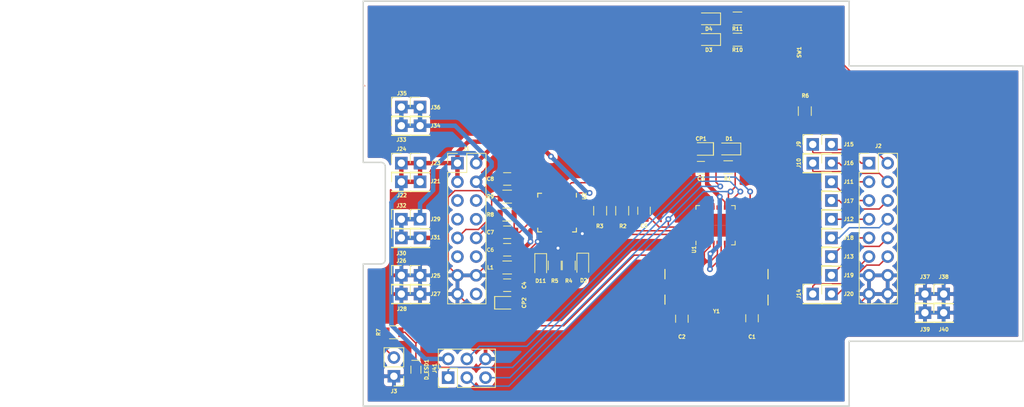
<source format=kicad_pcb>
(kicad_pcb (version 20171130) (host pcbnew 6.0.0-rc1-unknown-589e1f6~66~ubuntu16.04.1)
  (layers (0 F.Cu signal) (31 B.Cu signal) (34 B.Paste user hide) (35 F.Paste user) (36 B.SilkS user hide) (37 F.SilkS user) (38 B.Mask user hide) (39 F.Mask user) (44 Edge.Cuts user))
  (net 0 "")
  (net 1 GND)
  (net 2 +5V)
  (net 3 VDD)
  (net 4 +3V3)
  (net 5 /USB_B+)
  (net 6 /USB_B-)
  (net 7 /ST_GPIO_3)
  (net 8 /ST_GPIO_2)
  (net 9 /ST_GPIO_1)
  (net 10 /PI_GPIO_3)
  (net 11 /PI_GPIO_2)
  (net 12 /PI_GPIO_1)
  (net 13 /ADC2)
  (net 14 /ADC1)
  (net 15 /SPI_MISO)
  (net 16 /SPI_CS)
  (net 17 /SPI_MOSI)
  (net 18 /SPI_CLK)
  (net 19 /D3)
  (net 20 /D1-TX)
  (net 21 /D0-RX)
  (net 22 /RESET)
  (net 23 /D13-SCK)
  (net 24 /D12-MISO)
  (net 25 /D11-MOSI)
  (net 26 "Net-(C1-Pad1)")
  (net 27 "Net-(C2-Pad1)")
  (net 28 /RX)
  (net 29 "Net-(C5-Pad1)")
  (net 30 /TX)
  (net 31 "Net-(D1-Pad2)")
  (net 32 "Net-(D2-Pad1)")
  (net 33 "Net-(D11-Pad1)")
  (net 34 "Net-(C4-Pad1)")
  (net 35 "Net-(J3-Pad2)")
  (net 36 "Net-(R4-Pad1)")
  (net 37 "Net-(R5-Pad1)")
  (net 38 "Net-(C7-Pad1)")
  (net 39 "Net-(C8-Pad2)")
  (net 40 "Net-(D3-Pad1)")
  (net 41 "Net-(D4-Pad1)")
  (module Muxpi_footprints:C_0805 (layer F.Cu) (at 107.442 163.068 270)
    (fp_text reference C5 (at 2.048 0) (layer F.SilkS) (effects (font (size 0.5 0.5) (thickness 0.1))))
    (fp_text value 0.1uF)
    (pad 1 smd rect (at -1 0 270) (size 1 1.25) (layers F.Cu F.Paste F.Mask) (net 29 "Net-(C5-Pad1)"))
    (pad 2 smd rect (at 1 0 270) (size 1 1.25) (layers F.Cu F.Paste F.Mask) (net 22 /RESET))
  )
  (module Muxpi_footprints:R_0805 (layer F.Cu) (at 88.853 161.155285)
    (fp_text reference R9 (at -2.2835 -0.0127) (layer F.SilkS) (effects (font (size 0.5 0.5) (thickness 0.125))))
    (fp_text value 27R)
    (pad 1 smd rect (at -0.95 0) (size 0.7 1.3) (layers F.Cu F.Paste F.Mask) (net 5 /USB_B+))
    (pad 2 smd rect (at 0.95 0) (size 0.7 1.3) (layers F.Cu F.Paste F.Mask) (net 39 "Net-(C8-Pad2)"))
  )
  (module Muxpi_footprints:R_0805 (layer F.Cu) (at 88.853 163.59057)
    (fp_text reference R8 (at -2.2835 0.0081) (layer F.SilkS) (effects (font (size 0.5 0.5) (thickness 0.125))))
    (fp_text value 27R)
    (pad 1 smd rect (at -0.95 0) (size 0.7 1.3) (layers F.Cu F.Paste F.Mask) (net 6 /USB_B-))
    (pad 2 smd rect (at 0.95 0) (size 0.7 1.3) (layers F.Cu F.Paste F.Mask) (net 38 "Net-(C7-Pad1)"))
  )
  (module Muxpi_footprints:C_0805 (layer F.Cu) (at 88.853 165.995855 180)
    (fp_text reference C7 (at 2.2835 0 180) (layer F.SilkS) (effects (font (size 0.5 0.5) (thickness 0.125))))
    (fp_text value 47pF)
    (pad 1 smd rect (at -1 0 180) (size 1 1.25) (layers F.Cu F.Paste F.Mask) (net 38 "Net-(C7-Pad1)"))
    (pad 2 smd rect (at 1 0 180) (size 1 1.25) (layers F.Cu F.Paste F.Mask) (net 1 GND))
  )
  (module Muxpi_footprints:C_0805 (layer F.Cu) (at 88.853 158.75)
    (fp_text reference C8 (at -2.2835 -0.0046) (layer F.SilkS) (effects (font (size 0.5 0.5) (thickness 0.125))))
    (fp_text value 47pF)
    (pad 1 smd rect (at -1 0) (size 1 1.25) (layers F.Cu F.Paste F.Mask) (net 1 GND))
    (pad 2 smd rect (at 1 0) (size 1 1.25) (layers F.Cu F.Paste F.Mask) (net 39 "Net-(C8-Pad2)"))
  )
  (module Muxpi_footprints:C_0805 (layer F.Cu) (at 88.853 168.37114 180)
    (fp_text reference C6 (at 2.2835 -0.0127 180) (layer F.SilkS) (effects (font (size 0.5 0.5) (thickness 0.1))))
    (fp_text value 0.1uF)
    (pad 1 smd rect (at -1 0 180) (size 1 1.25) (layers F.Cu F.Paste F.Mask) (net 4 +3V3))
    (pad 2 smd rect (at 1 0 180) (size 1 1.25) (layers F.Cu F.Paste F.Mask) (net 1 GND))
  )
  (module Muxpi_footprints:R_0805 (layer F.Cu) (at 88.853 170.776425 180)
    (fp_text reference L1 (at 2.2835 0 180) (layer F.SilkS) (effects (font (size 0.5 0.5) (thickness 0.125))))
    (fp_text value BLM21PG221SN1D)
    (pad 1 smd rect (at -0.95 0 180) (size 0.7 1.3) (layers F.Cu F.Paste F.Mask) (net 3 VDD))
    (pad 2 smd rect (at 0.95 0 180) (size 0.7 1.3) (layers F.Cu F.Paste F.Mask) (net 34 "Net-(C4-Pad1)"))
  )
  (module Muxpi_footprints:Pin_Header_Straight_2x08_Pitch2.54mm (layer F.Cu) (at 82.1 156.6)
    (fp_text reference J1 (at 1.212 -1.9775) (layer F.SilkS) (effects (font (size 0.5 0.5) (thickness 0.125))))
    (fp_text value CONN_02X08)
    (pad 16 thru_hole oval (at 2.54 17.78) (size 1.7 1.7) (drill 1) (layers *.Cu *.Mask))
    (pad 15 thru_hole oval (at 0 17.78) (size 1.7 1.7) (drill 1) (layers *.Cu *.Mask) (net 1 GND))
    (pad 14 thru_hole oval (at 2.54 15.24) (size 1.7 1.7) (drill 1) (layers *.Cu *.Mask) (net 1 GND))
    (pad 13 thru_hole oval (at 0 15.24) (size 1.7 1.7) (drill 1) (layers *.Cu *.Mask) (net 1 GND))
    (pad 12 thru_hole oval (at 2.54 12.7) (size 1.7 1.7) (drill 1) (layers *.Cu *.Mask))
    (pad 11 thru_hole oval (at 0 12.7) (size 1.7 1.7) (drill 1) (layers *.Cu *.Mask))
    (pad 10 thru_hole oval (at 2.54 10.16) (size 1.7 1.7) (drill 1) (layers *.Cu *.Mask) (net 6 /USB_B-))
    (pad 9 thru_hole oval (at 0 10.16) (size 1.7 1.7) (drill 1) (layers *.Cu *.Mask) (net 5 /USB_B+))
    (pad 8 thru_hole oval (at 2.54 7.62) (size 1.7 1.7) (drill 1) (layers *.Cu *.Mask))
    (pad 7 thru_hole oval (at 0 7.62) (size 1.7 1.7) (drill 1) (layers *.Cu *.Mask))
    (pad 6 thru_hole oval (at 2.54 5.08) (size 1.7 1.7) (drill 1) (layers *.Cu *.Mask))
    (pad 5 thru_hole oval (at 0 5.08) (size 1.7 1.7) (drill 1) (layers *.Cu *.Mask))
    (pad 4 thru_hole oval (at 2.54 2.54) (size 1.7 1.7) (drill 1) (layers *.Cu *.Mask) (net 4 +3V3))
    (pad 3 thru_hole oval (at 0 2.54) (size 1.7 1.7) (drill 1) (layers *.Cu *.Mask) (net 2 +5V))
    (pad 2 thru_hole oval (at 2.54 0) (size 1.7 1.7) (drill 1) (layers *.Cu *.Mask) (net 3 VDD))
    (pad 1 thru_hole rect (at 0 0) (size 1.7 1.7) (drill 1) (layers *.Cu *.Mask) (net 2 +5V))
  )
  (module Muxpi_footprints:D_0805 (layer F.Cu) (at 93.4085 170.4975 270)
    (fp_text reference D11 (at 2.0955 0) (layer F.SilkS) (effects (font (size 0.5 0.5) (thickness 0.125))))
    (fp_text value KPT-2012EC)
    (pad 2 smd rect (at 1.05 0 270) (size 0.8 0.9) (layers F.Cu F.Paste F.Mask) (net 3 VDD))
    (pad 1 smd rect (at -1.05 0 270) (size 0.8 0.9) (layers F.Cu F.Paste F.Mask) (net 33 "Net-(D11-Pad1)"))
  )
  (module Muxpi_footprints:Pin_Header_Straight_1x01_Pitch2.54mm (layer F.Cu) (at 77.02 171.84)
    (fp_text reference J25 (at 2.101 0.0545) (layer F.SilkS) (effects (font (size 0.5 0.5) (thickness 0.125))))
    (fp_text value CONN_01X01)
    (pad 1 thru_hole rect (at 0 0) (size 1.7 1.7) (drill 1) (layers *.Cu *.Mask) (net 1 GND))
  )
  (module Muxpi_footprints:R_0805 (layer F.Cu) (at 120.132425 136.957842 180)
    (fp_text reference R11 (at 0 -1.408658 180) (layer F.SilkS) (effects (font (size 0.5 0.5) (thickness 0.125))))
    (fp_text value 330R)
    (pad 1 smd rect (at -0.95 0 180) (size 0.7 1.3) (layers F.Cu F.Paste F.Mask) (net 1 GND))
    (pad 2 smd rect (at 0.95 0 180) (size 0.7 1.3) (layers F.Cu F.Paste F.Mask) (net 41 "Net-(D4-Pad1)"))
  )
  (module Muxpi_footprints:R_0805 (layer F.Cu) (at 120.132425 139.837842 180)
    (fp_text reference R10 (at 0 -1.386158 180) (layer F.SilkS) (effects (font (size 0.5 0.5) (thickness 0.125))))
    (fp_text value 330R)
    (pad 1 smd rect (at -0.95 0 180) (size 0.7 1.3) (layers F.Cu F.Paste F.Mask) (net 1 GND))
    (pad 2 smd rect (at 0.95 0 180) (size 0.7 1.3) (layers F.Cu F.Paste F.Mask) (net 40 "Net-(D3-Pad1)"))
  )
  (module Muxpi_footprints:D_0805 (layer F.Cu) (at 116.240925 136.999342 180)
    (fp_text reference D4 (at 0 -1.367158 180) (layer F.SilkS) (effects (font (size 0.5 0.5) (thickness 0.125))))
    (fp_text value KPT-2012EC)
    (pad 2 smd rect (at 1.05 0 180) (size 0.8 0.9) (layers F.Cu F.Paste F.Mask) (net 2 +5V))
    (pad 1 smd rect (at -1.05 0 180) (size 0.8 0.9) (layers F.Cu F.Paste F.Mask) (net 41 "Net-(D4-Pad1)"))
  )
  (module Muxpi_footprints:D_0805 (layer F.Cu) (at 116.240925 139.809342 180)
    (fp_text reference D3 (at 0 -1.414658 180) (layer F.SilkS) (effects (font (size 0.5 0.5) (thickness 0.125))))
    (fp_text value KPT-2012EC)
    (pad 2 smd rect (at 1.05 0 180) (size 0.8 0.9) (layers F.Cu F.Paste F.Mask) (net 3 VDD))
    (pad 1 smd rect (at -1.05 0 180) (size 0.8 0.9) (layers F.Cu F.Paste F.Mask) (net 40 "Net-(D3-Pad1)"))
  )
  (module Muxpi_footprints:WQFN-32-1EP_5x5mm_Pitch0.5mm (layer F.Cu) (at 117.1575 165.0365 90)
    (fp_text reference U1 (at -3.302 -2.921 90) (layer F.SilkS) (effects (font (size 0.5 0.5) (thickness 0.125))))
    (fp_text value ATmega328P-MU)
    (pad 33 smd rect (at 0.775 0.775 90) (size 1.55 1.55) (layers F.Cu F.Paste F.Mask))
    (pad 32 smd rect (at -1.75 -2.4 90) (size 0.25 0.6) (layers F.Cu F.Paste F.Mask))
    (pad 31 smd rect (at -1.25 -2.4 90) (size 0.25 0.6) (layers F.Cu F.Paste F.Mask) (net 20 /D1-TX))
    (pad 30 smd rect (at -0.75 -2.4 90) (size 0.25 0.6) (layers F.Cu F.Paste F.Mask) (net 21 /D0-RX))
    (pad 29 smd rect (at -0.25 -2.4 90) (size 0.25 0.6) (layers F.Cu F.Paste F.Mask) (net 22 /RESET))
    (pad 28 smd rect (at 0.25 -2.4 90) (size 0.25 0.6) (layers F.Cu F.Paste F.Mask))
    (pad 27 smd rect (at 0.75 -2.4 90) (size 0.25 0.6) (layers F.Cu F.Paste F.Mask))
    (pad 26 smd rect (at 1.25 -2.4 90) (size 0.25 0.6) (layers F.Cu F.Paste F.Mask))
    (pad 25 smd rect (at 1.75 -2.4 90) (size 0.25 0.6) (layers F.Cu F.Paste F.Mask))
    (pad 24 smd rect (at 2.4 -1.75 180) (size 0.25 0.6) (layers F.Cu F.Paste F.Mask))
    (pad 23 smd rect (at 2.4 -1.25 180) (size 0.25 0.6) (layers F.Cu F.Paste F.Mask))
    (pad 22 smd rect (at 2.4 -0.75 180) (size 0.25 0.6) (layers F.Cu F.Paste F.Mask))
    (pad 21 smd rect (at 2.4 -0.25 180) (size 0.25 0.6) (layers F.Cu F.Paste F.Mask) (net 1 GND))
    (pad 20 smd rect (at 2.4 0.25 180) (size 0.25 0.6) (layers F.Cu F.Paste F.Mask))
    (pad 19 smd rect (at 2.4 0.75 180) (size 0.25 0.6) (layers F.Cu F.Paste F.Mask))
    (pad 18 smd rect (at 2.4 1.25 180) (size 0.25 0.6) (layers F.Cu F.Paste F.Mask) (net 3 VDD))
    (pad 17 smd rect (at 2.4 1.75 180) (size 0.25 0.6) (layers F.Cu F.Paste F.Mask) (net 23 /D13-SCK))
    (pad 16 smd rect (at 1.75 2.4 90) (size 0.25 0.6) (layers F.Cu F.Paste F.Mask) (net 24 /D12-MISO))
    (pad 15 smd rect (at 1.25 2.4 90) (size 0.25 0.6) (layers F.Cu F.Paste F.Mask) (net 25 /D11-MOSI))
    (pad 14 smd rect (at 0.75 2.4 90) (size 0.25 0.6) (layers F.Cu F.Paste F.Mask))
    (pad 13 smd rect (at 0.25 2.4 90) (size 0.25 0.6) (layers F.Cu F.Paste F.Mask))
    (pad 12 smd rect (at -0.25 2.4 90) (size 0.25 0.6) (layers F.Cu F.Paste F.Mask))
    (pad 11 smd rect (at -0.75 2.4 90) (size 0.25 0.6) (layers F.Cu F.Paste F.Mask))
    (pad 10 smd rect (at -1.25 2.4 90) (size 0.25 0.6) (layers F.Cu F.Paste F.Mask))
    (pad 9 smd rect (at -1.75 2.4 90) (size 0.25 0.6) (layers F.Cu F.Paste F.Mask))
    (pad 8 smd rect (at -2.4 1.75 180) (size 0.25 0.6) (layers F.Cu F.Paste F.Mask) (net 26 "Net-(C1-Pad1)"))
    (pad 7 smd rect (at -2.4 1.25 180) (size 0.25 0.6) (layers F.Cu F.Paste F.Mask) (net 27 "Net-(C2-Pad1)"))
    (pad 6 smd rect (at -2.4 0.75 180) (size 0.25 0.6) (layers F.Cu F.Paste F.Mask) (net 3 VDD))
    (pad 5 smd rect (at -2.4 0.25 180) (size 0.25 0.6) (layers F.Cu F.Paste F.Mask) (net 1 GND))
    (pad 4 smd rect (at -2.4 -0.25 180) (size 0.25 0.6) (layers F.Cu F.Paste F.Mask) (net 3 VDD))
    (pad 3 smd rect (at -2.4 -0.75 180) (size 0.25 0.6) (layers F.Cu F.Paste F.Mask) (net 1 GND))
    (pad 2 smd rect (at -2.4 -1.25 180) (size 0.25 0.6) (layers F.Cu F.Paste F.Mask))
    (pad 1 smd rect (at -2.4 -1.75 180) (size 0.25 0.6) (layers F.Cu F.Paste F.Mask) (net 19 /D3))
    (pad 33 smd rect (at 0.775 -0.775 90) (size 1.55 1.55) (layers F.Cu F.Paste F.Mask))
    (pad 33 smd rect (at -0.775 -0.775 90) (size 1.55 1.55) (layers F.Cu F.Paste F.Mask))
    (pad 33 smd rect (at -0.775 0.775 90) (size 1.55 1.55) (layers F.Cu F.Paste F.Mask))
  )
  (module Muxpi_footprints:R_0805 (layer F.Cu) (at 95.3135 170.4975 270)
    (fp_text reference R5 (at 2.0955 0) (layer F.SilkS) (effects (font (size 0.5 0.5) (thickness 0.125))))
    (fp_text value 330R)
    (pad 1 smd rect (at -0.95 0 270) (size 0.7 1.3) (layers F.Cu F.Paste F.Mask) (net 37 "Net-(R5-Pad1)"))
    (pad 2 smd rect (at 0.95 0 270) (size 0.7 1.3) (layers F.Cu F.Paste F.Mask) (net 33 "Net-(D11-Pad1)"))
  )
  (module Muxpi_footprints:Pin_Header_Straight_1x01_Pitch2.54mm (layer F.Cu) (at 148.14 176.92)
    (fp_text reference J40 (at 0.0055 2.277) (layer F.SilkS) (effects (font (size 0.5 0.5) (thickness 0.125))))
    (fp_text value CONN_01X01)
    (pad 1 thru_hole rect (at 0 0) (size 1.7 1.7) (drill 1) (layers *.Cu *.Mask) (net 1 GND))
  )
  (module Muxpi_footprints:Pin_Header_Straight_1x01_Pitch2.54mm (layer F.Cu) (at 145.6 176.92)
    (fp_text reference J39 (at 0.0055 2.277) (layer F.SilkS) (effects (font (size 0.5 0.5) (thickness 0.125))))
    (fp_text value CONN_01X01)
    (pad 1 thru_hole rect (at 0 0) (size 1.7 1.7) (drill 1) (layers *.Cu *.Mask) (net 1 GND))
  )
  (module Muxpi_footprints:Pin_Header_Straight_1x01_Pitch2.54mm (layer F.Cu) (at 148.14 174.38)
    (fp_text reference J38 (at 0 -2.33) (layer F.SilkS) (effects (font (size 0.5 0.5) (thickness 0.125))))
    (fp_text value CONN_01X01)
    (pad 1 thru_hole rect (at 0 0) (size 1.7 1.7) (drill 1) (layers *.Cu *.Mask) (net 1 GND))
  )
  (module Muxpi_footprints:Pin_Header_Straight_1x01_Pitch2.54mm (layer F.Cu) (at 145.6 174.38)
    (fp_text reference J37 (at 0 -2.33) (layer F.SilkS) (effects (font (size 0.5 0.5) (thickness 0.125))))
    (fp_text value CONN_01X01)
    (pad 1 thru_hole rect (at 0 0) (size 1.7 1.7) (drill 1) (layers *.Cu *.Mask) (net 1 GND))
  )
  (module Muxpi_footprints:Pin_Header_Straight_1x01_Pitch2.54mm (layer F.Cu) (at 77.02 148.98)
    (fp_text reference J36 (at 2.101 0.0545) (layer F.SilkS) (effects (font (size 0.5 0.5) (thickness 0.125))))
    (fp_text value CONN_01X01)
    (pad 1 thru_hole rect (at 0 0) (size 1.7 1.7) (drill 1) (layers *.Cu *.Mask) (net 4 +3V3))
  )
  (module Muxpi_footprints:Pin_Header_Straight_1x01_Pitch2.54mm (layer F.Cu) (at 74.48 148.98)
    (fp_text reference J35 (at 0.069 -1.8505) (layer F.SilkS) (effects (font (size 0.5 0.5) (thickness 0.125))))
    (fp_text value CONN_01X01)
    (pad 1 thru_hole rect (at 0 0) (size 1.7 1.7) (drill 1) (layers *.Cu *.Mask) (net 4 +3V3))
  )
  (module Muxpi_footprints:Pin_Header_Straight_1x01_Pitch2.54mm (layer F.Cu) (at 77.02 151.52)
    (fp_text reference J34 (at 2.101 -0.009) (layer F.SilkS) (effects (font (size 0.5 0.5) (thickness 0.125))))
    (fp_text value CONN_01X01)
    (pad 1 thru_hole rect (at 0 0) (size 1.7 1.7) (drill 1) (layers *.Cu *.Mask) (net 4 +3V3))
  )
  (module Muxpi_footprints:Pin_Header_Straight_1x01_Pitch2.54mm (layer F.Cu) (at 74.48 151.52)
    (fp_text reference J33 (at 0.0055 1.896) (layer F.SilkS) (effects (font (size 0.5 0.5) (thickness 0.125))))
    (fp_text value CONN_01X01)
    (pad 1 thru_hole rect (at 0 0) (size 1.7 1.7) (drill 1) (layers *.Cu *.Mask) (net 4 +3V3))
  )
  (module Muxpi_footprints:Pin_Header_Straight_1x01_Pitch2.54mm (layer F.Cu) (at 74.48 164.22)
    (fp_text reference J32 (at 0.0055 -1.8505) (layer F.SilkS) (effects (font (size 0.5 0.5) (thickness 0.125))))
    (fp_text value CONN_01X01)
    (pad 1 thru_hole rect (at 0 0) (size 1.7 1.7) (drill 1) (layers *.Cu *.Mask) (net 3 VDD))
  )
  (module Muxpi_footprints:Pin_Header_Straight_1x01_Pitch2.54mm (layer F.Cu) (at 77.02 166.76)
    (fp_text reference J31 (at 2.101 -0.0725) (layer F.SilkS) (effects (font (size 0.5 0.5) (thickness 0.125))))
    (fp_text value CONN_01X01)
    (pad 1 thru_hole rect (at 0 0) (size 1.7 1.7) (drill 1) (layers *.Cu *.Mask) (net 3 VDD))
  )
  (module Muxpi_footprints:Pin_Header_Straight_1x01_Pitch2.54mm (layer F.Cu) (at 74.48 166.76)
    (fp_text reference J30 (at 0 2.0865) (layer F.SilkS) (effects (font (size 0.5 0.5) (thickness 0.125))))
    (fp_text value CONN_01X01)
    (pad 1 thru_hole rect (at 0 0) (size 1.7 1.7) (drill 1) (layers *.Cu *.Mask) (net 3 VDD))
  )
  (module Muxpi_footprints:Pin_Header_Straight_1x01_Pitch2.54mm (layer F.Cu) (at 77.02 164.22)
    (fp_text reference J29 (at 2.101 -0.009) (layer F.SilkS) (effects (font (size 0.5 0.5) (thickness 0.125))))
    (fp_text value CONN_01X01)
    (pad 1 thru_hole rect (at 0 0) (size 1.7 1.7) (drill 1) (layers *.Cu *.Mask) (net 3 VDD))
  )
  (module Muxpi_footprints:Pin_Header_Straight_1x01_Pitch2.54mm (layer F.Cu) (at 74.48 174.38)
    (fp_text reference J28 (at 0.069 2.023) (layer F.SilkS) (effects (font (size 0.5 0.5) (thickness 0.125))))
    (fp_text value CONN_01X01)
    (pad 1 thru_hole rect (at 0 0) (size 1.7 1.7) (drill 1) (layers *.Cu *.Mask) (net 1 GND))
  )
  (module Muxpi_footprints:Pin_Header_Straight_1x01_Pitch2.54mm (layer F.Cu) (at 77.02 174.38)
    (fp_text reference J27 (at 2.101 -0.009) (layer F.SilkS) (effects (font (size 0.5 0.5) (thickness 0.125))))
    (fp_text value CONN_01X01)
    (pad 1 thru_hole rect (at 0 0) (size 1.7 1.7) (drill 1) (layers *.Cu *.Mask) (net 1 GND))
  )
  (module Muxpi_footprints:Pin_Header_Straight_1x01_Pitch2.54mm (layer F.Cu) (at 74.48 171.84)
    (fp_text reference J26 (at 0.0055 -1.9775) (layer F.SilkS) (effects (font (size 0.5 0.5) (thickness 0.125))))
    (fp_text value CONN_01X01)
    (pad 1 thru_hole rect (at 0 0) (size 1.7 1.7) (drill 1) (layers *.Cu *.Mask) (net 1 GND))
  )
  (module Muxpi_footprints:Pin_Header_Straight_1x01_Pitch2.54mm (layer F.Cu) (at 74.48 156.6)
    (fp_text reference J24 (at 0.0055 -1.914) (layer F.SilkS) (effects (font (size 0.5 0.5) (thickness 0.125))))
    (fp_text value CONN_01X01)
    (pad 1 thru_hole rect (at 0 0) (size 1.7 1.7) (drill 1) (layers *.Cu *.Mask) (net 2 +5V))
  )
  (module Muxpi_footprints:Pin_Header_Straight_1x01_Pitch2.54mm (layer F.Cu) (at 77.02 156.6)
    (fp_text reference J23 (at 2.101 -0.009) (layer F.SilkS) (effects (font (size 0.5 0.5) (thickness 0.125))))
    (fp_text value CONN_01X01)
    (pad 1 thru_hole rect (at 0 0) (size 1.7 1.7) (drill 1) (layers *.Cu *.Mask) (net 2 +5V))
  )
  (module Muxpi_footprints:Pin_Header_Straight_1x01_Pitch2.54mm (layer F.Cu) (at 74.48 159.14)
    (fp_text reference J22 (at 0.069 1.8325) (layer F.SilkS) (effects (font (size 0.5 0.5) (thickness 0.125))))
    (fp_text value CONN_01X01)
    (pad 1 thru_hole rect (at 0 0) (size 1.7 1.7) (drill 1) (layers *.Cu *.Mask) (net 2 +5V))
  )
  (module Muxpi_footprints:Pin_Header_Straight_1x01_Pitch2.54mm (layer F.Cu) (at 77.02 159.14)
    (fp_text reference J21 (at 2.101 -0.0725) (layer F.SilkS) (effects (font (size 0.5 0.5) (thickness 0.125))))
    (fp_text value CONN_01X01)
    (pad 1 thru_hole rect (at 0 0) (size 1.7 1.7) (drill 1) (layers *.Cu *.Mask) (net 2 +5V))
  )
  (module Muxpi_footprints:Pin_Header_Straight_1x01_Pitch2.54mm (layer F.Cu) (at 132.9 174.38)
    (fp_text reference J20 (at 2.35 -0.009) (layer F.SilkS) (effects (font (size 0.5 0.5) (thickness 0.125))))
    (fp_text value CONN_01X01)
    (pad 1 thru_hole rect (at 0 0) (size 1.7 1.7) (drill 1) (layers *.Cu *.Mask) (net 13 /ADC2))
  )
  (module Muxpi_footprints:Pin_Header_Straight_1x01_Pitch2.54mm (layer F.Cu) (at 132.9 171.84)
    (fp_text reference J19 (at 2.35 -0.009) (layer F.SilkS) (effects (font (size 0.5 0.5) (thickness 0.125))))
    (fp_text value CONN_01X01)
    (pad 1 thru_hole rect (at 0 0) (size 1.7 1.7) (drill 1) (layers *.Cu *.Mask) (net 7 /ST_GPIO_3))
  )
  (module Muxpi_footprints:Pin_Header_Straight_1x01_Pitch2.54mm (layer F.Cu) (at 132.9 166.76)
    (fp_text reference J18 (at 2.35 -0.009) (layer F.SilkS) (effects (font (size 0.5 0.5) (thickness 0.125))))
    (fp_text value CONN_01X01)
    (pad 1 thru_hole rect (at 0 0) (size 1.7 1.7) (drill 1) (layers *.Cu *.Mask) (net 9 /ST_GPIO_1))
  )
  (module Muxpi_footprints:Pin_Header_Straight_1x01_Pitch2.54mm (layer F.Cu) (at 132.9 161.68)
    (fp_text reference J17 (at 2.35 0.0545) (layer F.SilkS) (effects (font (size 0.5 0.5) (thickness 0.125))))
    (fp_text value CONN_01X01)
    (pad 1 thru_hole rect (at 0 0) (size 1.7 1.7) (drill 1) (layers *.Cu *.Mask) (net 11 /PI_GPIO_2))
  )
  (module Muxpi_footprints:Pin_Header_Straight_1x01_Pitch2.54mm (layer F.Cu) (at 132.9 156.6)
    (fp_text reference J16 (at 2.35 -0.009) (layer F.SilkS) (effects (font (size 0.5 0.5) (thickness 0.125))))
    (fp_text value CONN_01X01)
    (pad 1 thru_hole rect (at 0 0) (size 1.7 1.7) (drill 1) (layers *.Cu *.Mask) (net 15 /SPI_MISO))
  )
  (module Muxpi_footprints:Pin_Header_Straight_1x01_Pitch2.54mm (layer F.Cu) (at 132.9 154.06)
    (fp_text reference J15 (at 2.35 -0.009) (layer F.SilkS) (effects (font (size 0.5 0.5) (thickness 0.125))))
    (fp_text value CONN_01X01)
    (pad 1 thru_hole rect (at 0 0) (size 1.7 1.7) (drill 1) (layers *.Cu *.Mask) (net 17 /SPI_MOSI))
  )
  (module Muxpi_footprints:Pin_Header_Straight_1x01_Pitch2.54mm (layer F.Cu) (at 130.36 174.38)
    (fp_text reference J14 (at -1.8995 -0.009 270) (layer F.SilkS) (effects (font (size 0.5 0.5) (thickness 0.125))))
    (fp_text value CONN_01X01)
    (pad 1 thru_hole rect (at 0 0) (size 1.7 1.7) (drill 1) (layers *.Cu *.Mask) (net 14 /ADC1))
  )
  (module Muxpi_footprints:Pin_Header_Straight_1x01_Pitch2.54mm (layer F.Cu) (at 132.9 169.3)
    (fp_text reference J13 (at 2.35 -0.009) (layer F.SilkS) (effects (font (size 0.5 0.5) (thickness 0.125))))
    (fp_text value CONN_01X01)
    (pad 1 thru_hole rect (at 0 0) (size 1.7 1.7) (drill 1) (layers *.Cu *.Mask) (net 8 /ST_GPIO_2))
  )
  (module Muxpi_footprints:Pin_Header_Straight_1x01_Pitch2.54mm (layer F.Cu) (at 132.9 164.22)
    (fp_text reference J12 (at 2.35 -0.009) (layer F.SilkS) (effects (font (size 0.5 0.5) (thickness 0.125))))
    (fp_text value CONN_01X01)
    (pad 1 thru_hole rect (at 0 0) (size 1.7 1.7) (drill 1) (layers *.Cu *.Mask) (net 10 /PI_GPIO_3))
  )
  (module Muxpi_footprints:Pin_Header_Straight_1x01_Pitch2.54mm (layer F.Cu) (at 132.9 159.14)
    (fp_text reference J11 (at 2.35 -0.009) (layer F.SilkS) (effects (font (size 0.5 0.5) (thickness 0.125))))
    (fp_text value CONN_01X01)
    (pad 1 thru_hole rect (at 0 0) (size 1.7 1.7) (drill 1) (layers *.Cu *.Mask) (net 12 /PI_GPIO_1))
  )
  (module Muxpi_footprints:Pin_Header_Straight_1x01_Pitch2.54mm (layer F.Cu) (at 130.36 156.6)
    (fp_text reference J10 (at -1.8995 -0.009 90) (layer F.SilkS) (effects (font (size 0.5 0.5) (thickness 0.125))))
    (fp_text value CONN_01X01)
    (pad 1 thru_hole rect (at 0 0) (size 1.7 1.7) (drill 1) (layers *.Cu *.Mask) (net 16 /SPI_CS))
  )
  (module Muxpi_footprints:Pin_Header_Straight_1x01_Pitch2.54mm (layer F.Cu) (at 130.36 154.06)
    (fp_text reference J9 (at -1.8995 -0.009 270) (layer F.SilkS) (effects (font (size 0.5 0.5) (thickness 0.125))))
    (fp_text value CONN_01X01)
    (pad 1 thru_hole rect (at 0 0) (size 1.7 1.7) (drill 1) (layers *.Cu *.Mask) (net 18 /SPI_CLK))
  )
  (module Muxpi_footprints:Pin_Header_Straight_1x02_Pitch2.54mm (layer F.Cu) (at 73.4695 185.547 180)
    (fp_text reference J3 (at 0 -2.032 180) (layer F.SilkS) (effects (font (size 0.5 0.5) (thickness 0.125))))
    (fp_text value CONN_01X02)
    (pad 2 thru_hole oval (at 0 2.54 180) (size 1.7 1.7) (drill 1) (layers *.Cu *.Mask) (net 35 "Net-(J3-Pad2)"))
    (pad 1 thru_hole rect (at 0 0 180) (size 1.7 1.7) (drill 1) (layers *.Cu *.Mask) (net 1 GND))
  )
  (module Muxpi_footprints:Pin_Header_Straight_2x08_Pitch2.54mm (layer F.Cu) (at 138 156.6)
    (fp_text reference J2 (at 1.27 -2.33) (layer F.SilkS) (effects (font (size 0.5 0.5) (thickness 0.125))))
    (fp_text value CONN_02X08)
    (pad 16 thru_hole oval (at 2.54 17.78) (size 1.7 1.7) (drill 1) (layers *.Cu *.Mask) (net 1 GND))
    (pad 15 thru_hole oval (at 0 17.78) (size 1.7 1.7) (drill 1) (layers *.Cu *.Mask) (net 1 GND))
    (pad 14 thru_hole oval (at 2.54 15.24) (size 1.7 1.7) (drill 1) (layers *.Cu *.Mask) (net 1 GND))
    (pad 13 thru_hole oval (at 0 15.24) (size 1.7 1.7) (drill 1) (layers *.Cu *.Mask) (net 1 GND))
    (pad 12 thru_hole oval (at 2.54 12.7) (size 1.7 1.7) (drill 1) (layers *.Cu *.Mask) (net 13 /ADC2))
    (pad 11 thru_hole oval (at 0 12.7) (size 1.7 1.7) (drill 1) (layers *.Cu *.Mask) (net 14 /ADC1))
    (pad 10 thru_hole oval (at 2.54 10.16) (size 1.7 1.7) (drill 1) (layers *.Cu *.Mask) (net 7 /ST_GPIO_3))
    (pad 9 thru_hole oval (at 0 10.16) (size 1.7 1.7) (drill 1) (layers *.Cu *.Mask) (net 8 /ST_GPIO_2))
    (pad 8 thru_hole oval (at 2.54 7.62) (size 1.7 1.7) (drill 1) (layers *.Cu *.Mask) (net 9 /ST_GPIO_1))
    (pad 7 thru_hole oval (at 0 7.62) (size 1.7 1.7) (drill 1) (layers *.Cu *.Mask) (net 10 /PI_GPIO_3))
    (pad 6 thru_hole oval (at 2.54 5.08) (size 1.7 1.7) (drill 1) (layers *.Cu *.Mask) (net 11 /PI_GPIO_2))
    (pad 5 thru_hole oval (at 0 5.08) (size 1.7 1.7) (drill 1) (layers *.Cu *.Mask) (net 12 /PI_GPIO_1))
    (pad 4 thru_hole oval (at 2.54 2.54) (size 1.7 1.7) (drill 1) (layers *.Cu *.Mask) (net 15 /SPI_MISO))
    (pad 3 thru_hole oval (at 0 2.54) (size 1.7 1.7) (drill 1) (layers *.Cu *.Mask) (net 16 /SPI_CS))
    (pad 2 thru_hole oval (at 2.54 0) (size 1.7 1.7) (drill 1) (layers *.Cu *.Mask) (net 17 /SPI_MOSI))
    (pad 1 thru_hole rect (at 0 0) (size 1.7 1.7) (drill 1) (layers *.Cu *.Mask) (net 18 /SPI_CLK))
  )
  (module Muxpi_footprints:D_0805 (layer F.Cu) (at 99.1235 170.434 270)
    (fp_text reference D2 (at 2.0955 -0.127) (layer F.SilkS) (effects (font (size 0.5 0.5) (thickness 0.125))))
    (fp_text value KPT-2012EC)
    (pad 2 smd rect (at 1.05 0 270) (size 0.8 0.9) (layers F.Cu F.Paste F.Mask) (net 3 VDD))
    (pad 1 smd rect (at -1.05 0 270) (size 0.8 0.9) (layers F.Cu F.Paste F.Mask) (net 32 "Net-(D2-Pad1)"))
  )
  (module Muxpi_footprints:D_0805 (layer F.Cu) (at 118.98196 154.676027 180)
    (fp_text reference D1 (at -0.01704 1.387027 180) (layer F.SilkS) (effects (font (size 0.5 0.5) (thickness 0.125))))
    (fp_text value KPT-2012SGC)
    (pad 2 smd rect (at 1.05 0 180) (size 0.8 0.9) (layers F.Cu F.Paste F.Mask) (net 31 "Net-(D1-Pad2)"))
    (pad 1 smd rect (at -1.05 0 180) (size 0.8 0.9) (layers F.Cu F.Paste F.Mask) (net 1 GND))
  )
  (module Muxpi_footprints:HC49USM (layer F.Cu) (at 117.2845 173.4185)
    (fp_text reference Y1 (at 0 3.302) (layer F.SilkS) (effects (font (size 0.5 0.5) (thickness 0.125))))
    (fp_text value 16MHz)
    (pad 1 smd rect (at -4.75 0) (size 5.5 1.6) (layers F.Cu F.Paste F.Mask) (net 27 "Net-(C2-Pad1)"))
    (pad 2 smd rect (at 4.75 0) (size 5.5 1.6) (layers F.Cu F.Paste F.Mask) (net 26 "Net-(C1-Pad1)"))
  )
  (module Muxpi_footprints:DTSM-3 (layer F.Cu) (at 132.207 141.5415 270)
    (fp_text reference SW1 (at 0 3.683 270) (layer F.SilkS) (effects (font (size 0.5 0.5) (thickness 0.125))))
    (fp_text value SwitchPush)
    (pad 2 smd rect (at 4.4 0 270) (size 2 1.6) (layers F.Cu F.Paste F.Mask) (net 22 /RESET))
    (pad 1 smd rect (at -4.4 0 270) (size 2 1.6) (layers F.Cu F.Paste F.Mask) (net 1 GND))
  )
  (module Muxpi_footprints:R_0805 (layer F.Cu) (at 129.2805 149.5355 270)
    (fp_text reference R6 (at -2.091 -0.069) (layer F.SilkS) (effects (font (size 0.5 0.5) (thickness 0.125))))
    (fp_text value 1k1)
    (pad 1 smd rect (at -0.95 0 270) (size 0.7 1.3) (layers F.Cu F.Paste F.Mask) (net 3 VDD))
    (pad 2 smd rect (at 0.95 0 270) (size 0.7 1.3) (layers F.Cu F.Paste F.Mask) (net 22 /RESET))
  )
  (module Muxpi_footprints:R_0805 (layer F.Cu) (at 101.48325 163.068 270)
    (fp_text reference R3 (at 2.091 0.0505) (layer F.SilkS) (effects (font (size 0.5 0.5) (thickness 0.125))))
    (fp_text value 1k)
    (pad 1 smd rect (at -0.95 0 270) (size 0.7 1.3) (layers F.Cu F.Paste F.Mask) (net 30 /TX))
    (pad 2 smd rect (at 0.95 0 270) (size 0.7 1.3) (layers F.Cu F.Paste F.Mask) (net 20 /D1-TX))
  )
  (module Muxpi_footprints:R_0805 (layer F.Cu) (at 104.477625 163.068 270)
    (fp_text reference R2 (at 2.091 -0.099) (layer F.SilkS) (effects (font (size 0.5 0.5) (thickness 0.125))))
    (fp_text value 1k)
    (pad 1 smd rect (at -0.95 0 270) (size 0.7 1.3) (layers F.Cu F.Paste F.Mask) (net 28 /RX))
    (pad 2 smd rect (at 0.95 0 270) (size 0.7 1.3) (layers F.Cu F.Paste F.Mask) (net 21 /D0-RX))
  )
  (module Muxpi_footprints:R_0805 (layer F.Cu) (at 118.872 157.1625 180)
    (fp_text reference R1 (at 0.0635 -1.5875 180) (layer F.SilkS) (effects (font (size 0.5 0.5) (thickness 0.125))))
    (fp_text value 330R)
    (pad 1 smd rect (at -0.95 0 180) (size 0.7 1.3) (layers F.Cu F.Paste F.Mask) (net 23 /D13-SCK))
    (pad 2 smd rect (at 0.95 0 180) (size 0.7 1.3) (layers F.Cu F.Paste F.Mask) (net 31 "Net-(D1-Pad2)"))
  )
  (module Muxpi_footprints:Pin_Header_Straight_2x03_Pitch2.54mm (layer F.Cu) (at 80.8355 185.7375 90)
    (fp_text reference J41 (at 1.279 -1.836 90) (layer F.SilkS) (effects (font (size 0.5 0.5) (thickness 0.125))))
    (fp_text value CONN_02X03)
    (pad 1 thru_hole rect (at 0 0 90) (size 1.7 1.7) (drill 1) (layers *.Cu *.Mask) (net 24 /D12-MISO))
    (pad 2 thru_hole oval (at 2.54 0 90) (size 1.7 1.7) (drill 1) (layers *.Cu *.Mask) (net 2 +5V))
    (pad 3 thru_hole oval (at 0 2.54 90) (size 1.7 1.7) (drill 1) (layers *.Cu *.Mask) (net 23 /D13-SCK))
    (pad 4 thru_hole oval (at 2.54 2.54 90) (size 1.7 1.7) (drill 1) (layers *.Cu *.Mask) (net 25 /D11-MOSI))
    (pad 5 thru_hole oval (at 0 5.08 90) (size 1.7 1.7) (drill 1) (layers *.Cu *.Mask) (net 22 /RESET))
    (pad 6 thru_hole oval (at 2.54 5.08 90) (size 1.7 1.7) (drill 1) (layers *.Cu *.Mask) (net 1 GND))
  )
  (module Muxpi_footprints:SOD-523 (layer F.Cu) (at 76.454 184.658 270)
    (fp_text reference D_ESD1 (at 0 -1.45 270) (layer F.SilkS) (effects (font (size 0.5 0.5) (thickness 0.125))))
    (fp_text value ESD5B5.0S)
    (pad 1 smd rect (at -0.66 0 270) (size 0.48 0.4) (layers F.Cu F.Paste F.Mask) (net 19 /D3))
    (pad 2 smd rect (at 0.66 0 270) (size 0.48 0.4) (layers F.Cu F.Paste F.Mask) (net 1 GND))
  )
  (module Muxpi_footprints:C_T_0805 (layer F.Cu) (at 88.853 175.572)
    (fp_text reference CP2 (at 2.304 0.0055 270) (layer F.SilkS) (effects (font (size 0.5 0.5) (thickness 0.125))))
    (fp_text value 4.7uF)
    (pad 1 smd rect (at -1 0) (size 1 1.25) (layers F.Cu F.Paste F.Mask) (net 34 "Net-(C4-Pad1)"))
    (pad 2 smd rect (at 1 0) (size 1 1.25) (layers F.Cu F.Paste F.Mask) (net 1 GND))
  )
  (module Muxpi_footprints:C_T_0805 (layer F.Cu) (at 115.17196 154.676027 180)
    (fp_text reference CP1 (at -0.01704 1.387027 180) (layer F.SilkS) (effects (font (size 0.5 0.5) (thickness 0.125))))
    (fp_text value 4.7uF)
    (pad 1 smd rect (at -1 0 180) (size 1 1.25) (layers F.Cu F.Paste F.Mask) (net 3 VDD))
    (pad 2 smd rect (at 1 0 180) (size 1 1.25) (layers F.Cu F.Paste F.Mask) (net 1 GND))
  )
  (module Muxpi_footprints:C_0805 (layer F.Cu) (at 88.853 173.18171)
    (fp_text reference C4 (at 2.304 0.007387 90) (layer F.SilkS) (effects (font (size 0.5 0.5) (thickness 0.125))))
    (fp_text value 0.1uF)
    (pad 1 smd rect (at -1 0) (size 1 1.25) (layers F.Cu F.Paste F.Mask) (net 34 "Net-(C4-Pad1)"))
    (pad 2 smd rect (at 1 0) (size 1 1.25) (layers F.Cu F.Paste F.Mask) (net 1 GND))
  )
  (module Muxpi_footprints:C_0805 (layer F.Cu) (at 115.17196 157.216027 180)
    (fp_text reference C3 (at 0 -1.5 180) (layer F.SilkS) (effects (font (size 0.5 0.5) (thickness 0.125))))
    (fp_text value 0.1uF)
    (pad 1 smd rect (at -1 0 180) (size 1 1.25) (layers F.Cu F.Paste F.Mask) (net 3 VDD))
    (pad 2 smd rect (at 1 0 180) (size 1 1.25) (layers F.Cu F.Paste F.Mask) (net 1 GND))
  )
  (module Muxpi_footprints:C_0805 (layer F.Cu) (at 112.5855 177.7365 270)
    (fp_text reference C2 (at 2.4535 0) (layer F.SilkS) (effects (font (size 0.5 0.5) (thickness 0.125))))
    (fp_text value 18pF)
    (pad 1 smd rect (at -1 0 270) (size 1 1.25) (layers F.Cu F.Paste F.Mask) (net 27 "Net-(C2-Pad1)"))
    (pad 2 smd rect (at 1 0 270) (size 1 1.25) (layers F.Cu F.Paste F.Mask) (net 1 GND))
  )
  (module Muxpi_footprints:C_0805 (layer F.Cu) (at 122.1105 177.673 270)
    (fp_text reference C1 (at 2.517 0) (layer F.SilkS) (effects (font (size 0.5 0.5) (thickness 0.125))))
    (fp_text value 18pF)
    (pad 1 smd rect (at -1 0 270) (size 1 1.25) (layers F.Cu F.Paste F.Mask) (net 26 "Net-(C1-Pad1)"))
    (pad 2 smd rect (at 1 0 270) (size 1 1.25) (layers F.Cu F.Paste F.Mask) (net 1 GND))
  )
  (module Muxpi_footprints:R_0805 (layer F.Cu) (at 97.2185 170.4975 270)
    (fp_text reference R4 (at 2.0955 0) (layer F.SilkS) (effects (font (size 0.5 0.5) (thickness 0.125))))
    (fp_text value 330R)
    (pad 1 smd rect (at -0.95 0 270) (size 0.7 1.3) (layers F.Cu F.Paste F.Mask) (net 36 "Net-(R4-Pad1)"))
    (pad 2 smd rect (at 0.95 0 270) (size 0.7 1.3) (layers F.Cu F.Paste F.Mask) (net 32 "Net-(D2-Pad1)"))
  )
  (module Muxpi_footprints:QFN-32-1EP_5x5mm_Pitch0.5mm (layer F.Cu) (at 95.631 163.322 270)
    (fp_text reference U2 (at -2.249 -3.7095 90) (layer F.SilkS) (effects (font (size 0.5 0.5) (thickness 0.125))))
    (fp_text value FT232RQ)
    (pad 33 smd rect (at -0.8625 -0.8625 270) (size 1.725 1.725) (layers F.Cu F.Paste F.Mask))
    (pad 33 smd rect (at -0.8625 0.8625 270) (size 1.725 1.725) (layers F.Cu F.Paste F.Mask))
    (pad 33 smd rect (at 0.8625 -0.8625 270) (size 1.725 1.725) (layers F.Cu F.Paste F.Mask))
    (pad 33 smd rect (at 0.8625 0.8625 270) (size 1.725 1.725) (layers F.Cu F.Paste F.Mask))
    (pad 32 smd rect (at -1.75 -2.4) (size 0.7 0.25) (layers F.Cu F.Paste F.Mask))
    (pad 31 smd rect (at -1.25 -2.4) (size 0.7 0.25) (layers F.Cu F.Paste F.Mask) (net 29 "Net-(C5-Pad1)"))
    (pad 30 smd rect (at -0.75 -2.4) (size 0.7 0.25) (layers F.Cu F.Paste F.Mask) (net 28 /RX))
    (pad 29 smd rect (at -0.25 -2.4) (size 0.7 0.25) (layers F.Cu F.Paste F.Mask))
    (pad 28 smd rect (at 0.25 -2.4) (size 0.7 0.25) (layers F.Cu F.Paste F.Mask))
    (pad 27 smd rect (at 0.75 -2.4) (size 0.7 0.25) (layers F.Cu F.Paste F.Mask))
    (pad 26 smd rect (at 1.25 -2.4) (size 0.7 0.25) (layers F.Cu F.Paste F.Mask) (net 1 GND))
    (pad 25 smd rect (at 1.75 -2.4) (size 0.7 0.25) (layers F.Cu F.Paste F.Mask))
    (pad 24 smd rect (at 2.4 -1.75 270) (size 0.7 0.25) (layers F.Cu F.Paste F.Mask) (net 1 GND))
    (pad 23 smd rect (at 2.4 -1.25 270) (size 0.7 0.25) (layers F.Cu F.Paste F.Mask))
    (pad 22 smd rect (at 2.4 -0.75 270) (size 0.7 0.25) (layers F.Cu F.Paste F.Mask) (net 36 "Net-(R4-Pad1)"))
    (pad 21 smd rect (at 2.4 -0.25 270) (size 0.7 0.25) (layers F.Cu F.Paste F.Mask) (net 37 "Net-(R5-Pad1)"))
    (pad 20 smd rect (at 2.4 0.25 270) (size 0.7 0.25) (layers F.Cu F.Paste F.Mask) (net 1 GND))
    (pad 19 smd rect (at 2.4 0.75 270) (size 0.7 0.25) (layers F.Cu F.Paste F.Mask) (net 3 VDD))
    (pad 18 smd rect (at 2.4 1.25 270) (size 0.7 0.25) (layers F.Cu F.Paste F.Mask))
    (pad 17 smd rect (at 2.4 1.75 270) (size 0.7 0.25) (layers F.Cu F.Paste F.Mask) (net 1 GND))
    (pad 16 smd rect (at 1.75 2.4) (size 0.7 0.25) (layers F.Cu F.Paste F.Mask) (net 4 +3V3))
    (pad 15 smd rect (at 1.25 2.4) (size 0.7 0.25) (layers F.Cu F.Paste F.Mask) (net 38 "Net-(C7-Pad1)"))
    (pad 14 smd rect (at 0.75 2.4) (size 0.7 0.25) (layers F.Cu F.Paste F.Mask) (net 39 "Net-(C8-Pad2)"))
    (pad 13 smd rect (at 0.25 2.4) (size 0.7 0.25) (layers F.Cu F.Paste F.Mask))
    (pad 12 smd rect (at -0.25 2.4) (size 0.7 0.25) (layers F.Cu F.Paste F.Mask))
    (pad 11 smd rect (at -0.75 2.4) (size 0.7 0.25) (layers F.Cu F.Paste F.Mask))
    (pad 10 smd rect (at -1.25 2.4) (size 0.7 0.25) (layers F.Cu F.Paste F.Mask))
    (pad 9 smd rect (at -1.75 2.4) (size 0.7 0.25) (layers F.Cu F.Paste F.Mask))
    (pad 8 smd rect (at -2.4 1.75 270) (size 0.7 0.25) (layers F.Cu F.Paste F.Mask))
    (pad 7 smd rect (at -2.4 1.25 270) (size 0.7 0.25) (layers F.Cu F.Paste F.Mask))
    (pad 6 smd rect (at -2.4 0.75 270) (size 0.7 0.25) (layers F.Cu F.Paste F.Mask))
    (pad 5 smd rect (at -2.4 0.25 270) (size 0.7 0.25) (layers F.Cu F.Paste F.Mask))
    (pad 4 smd rect (at -2.4 -0.25 270) (size 0.7 0.25) (layers F.Cu F.Paste F.Mask) (net 1 GND))
    (pad 3 smd rect (at -2.4 -0.75 270) (size 0.7 0.25) (layers F.Cu F.Paste F.Mask))
    (pad 2 smd rect (at -2.4 -1.25 270) (size 0.7 0.25) (layers F.Cu F.Paste F.Mask) (net 30 /TX))
    (pad 1 smd rect (at -2.4 -1.75 270) (size 0.7 0.25) (layers F.Cu F.Paste F.Mask) (net 3 VDD))
  )
  (module Muxpi_footprints:R_0805 (layer F.Cu) (at 73.4695 179.578 180)
    (fp_text reference R7 (at 2.0955 0 270) (layer F.SilkS) (effects (font (size 0.5 0.5) (thickness 0.125))))
    (fp_text value R)
    (pad 1 smd rect (at -0.95 0 180) (size 0.7 1.3) (layers F.Cu F.Paste F.Mask) (net 19 /D3))
    (pad 2 smd rect (at 0.95 0 180) (size 0.7 1.3) (layers F.Cu F.Paste F.Mask) (net 35 "Net-(J3-Pad2)"))
  )
  (gr_line (start 69.5325 146.1135) (end 69.2785 145.9865) (layer B.SilkS) (width 0.2))
  (gr_line (start 69.3 156.5) (end 69.3 134.6) (layer Edge.Cuts) (width 0.2))
  (gr_arc (start 71.7 169.7) (end 71.7 170.3) (angle -90) (layer Edge.Cuts) (width 0.2))
  (gr_arc (start 71.7 157.1) (end 72.3 157.1) (angle -90.9) (layer Edge.Cuts) (width 0.2))
  (gr_line (start 69.3 170.3) (end 71.7 170.3) (layer Edge.Cuts) (width 0.2))
  (gr_line (start 72.3 169.7) (end 72.3 157.1) (layer Edge.Cuts) (width 0.2))
  (gr_line (start 71.7 156.5) (end 69.3 156.5) (layer Edge.Cuts) (width 0.2))
  (gr_line (start 158.9 145.4) (end 158.9 145.4) (layer Edge.Cuts) (width 0.2))
  (gr_line (start 158.9 180.8) (end 158.9 143.4) (layer Edge.Cuts) (width 0.2))
  (gr_line (start 158.8 180.8) (end 158.9 180.8) (layer Edge.Cuts) (width 0.2))
  (gr_line (start 135.3 180.8) (end 158.8 180.8) (layer Edge.Cuts) (width 0.2))
  (gr_line (start 135.3 180.9) (end 135.3 180.8) (layer Edge.Cuts) (width 0.2))
  (gr_line (start 135.3 189.6) (end 135.3 180.9) (layer Edge.Cuts) (width 0.2))
  (gr_line (start 69.3 189.6) (end 135.3 189.6) (layer Edge.Cuts) (width 0.2))
  (gr_line (start 69.3 170.3) (end 69.3 189.6) (layer Edge.Cuts) (width 0.2))
  (gr_line (start 135.3 134.6) (end 69.3 134.6) (layer Edge.Cuts) (width 0.2))
  (gr_line (start 135.3 143.4) (end 135.3 134.6) (layer Edge.Cuts) (width 0.2))
  (gr_line (start 158.9 143.4) (end 135.3 143.4) (layer Edge.Cuts) (width 0.2))
  (segment (start 76.225 185.547) (end 76.454 185.318) (width 0.2) (layer F.Cu) (net 1))
  (segment (start 73.4695 185.547) (end 76.225 185.547) (width 0.2) (layer F.Cu) (net 1))
  (segment (start 132.023342 136.957842) (end 132.207 137.1415) (width 0.2) (layer F.Cu) (net 1))
  (segment (start 121.082425 136.957842) (end 132.023342 136.957842) (width 0.2) (layer F.Cu) (net 1))
  (segment (start 121.082425 137.807842) (end 121.082425 139.837842) (width 0.2) (layer F.Cu) (net 1))
  (segment (start 121.082425 136.957842) (end 121.082425 137.807842) (width 0.2) (layer F.Cu) (net 1))
  (segment (start 87.853 166.820855) (end 87.853 168.37114) (width 0.2) (layer F.Cu) (net 1))
  (segment (start 87.853 165.995855) (end 87.853 166.820855) (width 0.2) (layer F.Cu) (net 1))
  (segment (start 85.489999 170.990001) (end 84.64 171.84) (width 0.2) (layer F.Cu) (net 1))
  (segment (start 87.853 168.627) (end 85.489999 170.990001) (width 0.2) (layer F.Cu) (net 1))
  (segment (start 87.853 168.37114) (end 87.853 168.627) (width 0.2) (layer F.Cu) (net 1))
  (segment (start 89.853 174.00671) (end 89.853 175.572) (width 0.2) (layer F.Cu) (net 1))
  (segment (start 89.853 173.18171) (end 89.853 174.00671) (width 0.2) (layer F.Cu) (net 1))
  (segment (start 89.853 176.397) (end 89.4025 176.8475) (width 0.2) (layer F.Cu) (net 1))
  (segment (start 89.853 175.572) (end 89.853 176.397) (width 0.2) (layer F.Cu) (net 1))
  (segment (start 84.5675 176.8475) (end 82.1 174.38) (width 0.2) (layer F.Cu) (net 1))
  (segment (start 89.4025 176.8475) (end 84.5675 176.8475) (width 0.2) (layer F.Cu) (net 1))
  (segment (start 87.853 159.575) (end 87.0905 160.3375) (width 0.2) (layer F.Cu) (net 1))
  (segment (start 87.853 158.75) (end 87.853 159.575) (width 0.2) (layer F.Cu) (net 1))
  (segment (start 81.740498 160.3375) (end 80.8355 161.242498) (width 0.2) (layer F.Cu) (net 1))
  (segment (start 87.0905 160.3375) (end 81.740498 160.3375) (width 0.2) (layer F.Cu) (net 1))
  (segment (start 80.8355 170.5755) (end 82.1 171.84) (width 0.2) (layer F.Cu) (net 1))
  (segment (start 80.8355 161.242498) (end 80.8355 170.5755) (width 0.2) (layer F.Cu) (net 1))
  (segment (start 95.881 160.372) (end 95.758 160.249) (width 0.2) (layer F.Cu) (net 1))
  (segment (start 95.881 160.922) (end 95.881 160.372) (width 0.2) (layer F.Cu) (net 1))
  (segment (start 95.758 160.249) (end 95.758 158.877) (width 0.2) (layer F.Cu) (net 1))
  (segment (start 95.758 158.877) (end 93.472 156.591) (width 0.2) (layer F.Cu) (net 1))
  (segment (start 87.853 158.625) (end 87.853 158.75) (width 0.2) (layer F.Cu) (net 1))
  (segment (start 89.887 156.591) (end 87.853 158.625) (width 0.2) (layer F.Cu) (net 1))
  (segment (start 93.472 156.591) (end 89.887 156.591) (width 0.2) (layer F.Cu) (net 1))
  (segment (start 98.031 164.572) (end 99.04 164.572) (width 0.2) (layer F.Cu) (net 1))
  (segment (start 99.2505 164.7825) (end 99.2505 165.989) (width 0.2) (layer F.Cu) (net 1))
  (segment (start 99.2505 165.989) (end 98.425 166.8145) (width 0.2) (layer F.Cu) (net 1))
  (segment (start 98.425 166.8145) (end 97.5995 166.8145) (width 0.2) (layer F.Cu) (net 1))
  (segment (start 97.381 166.596) (end 97.381 165.722) (width 0.2) (layer F.Cu) (net 1))
  (segment (start 99.04 164.572) (end 99.2505 164.7825) (width 0.2) (layer F.Cu) (net 1))
  (segment (start 97.5995 166.8145) (end 97.381 166.596) (width 0.2) (layer F.Cu) (net 1))
  (segment (start 93.881 166.376455) (end 92.998455 167.259) (width 0.2) (layer F.Cu) (net 1))
  (segment (start 88.653001 169.296141) (end 87.853 168.49614) (width 0.2) (layer F.Cu) (net 1))
  (segment (start 87.853 168.49614) (end 87.853 168.37114) (width 0.2) (layer F.Cu) (net 1))
  (segment (start 90.961314 169.296141) (end 88.653001 169.296141) (width 0.2) (layer F.Cu) (net 1))
  (segment (start 93.881 165.722) (end 93.881 166.376455) (width 0.2) (layer F.Cu) (net 1))
  (segment (start 122.047 178.7365) (end 122.1105 178.673) (width 0.2) (layer F.Cu) (net 1))
  (segment (start 112.5855 178.7365) (end 122.047 178.7365) (width 0.2) (layer F.Cu) (net 1))
  (segment (start 115.6335 168.7105) (end 116.4075 167.9365) (width 0.2) (layer F.Cu) (net 1))
  (segment (start 115.6335 169.926) (end 115.6335 168.7105) (width 0.2) (layer F.Cu) (net 1))
  (segment (start 116.4075 167.9365) (end 116.4075 167.4365) (width 0.2) (layer F.Cu) (net 1))
  (segment (start 116.502494 169.926) (end 115.6335 169.926) (width 0.2) (layer F.Cu) (net 1))
  (segment (start 117.4075 167.4365) (end 117.4075 169.020994) (width 0.2) (layer F.Cu) (net 1))
  (segment (start 117.4075 169.020994) (end 116.502494 169.926) (width 0.2) (layer F.Cu) (net 1))
  (segment (start 121.8725 178.673) (end 121.8565 178.689) (width 0.2) (layer F.Cu) (net 1))
  (segment (start 122.1105 178.673) (end 121.8725 178.673) (width 0.2) (layer F.Cu) (net 1))
  (segment (start 122.9355 178.673) (end 123.745 177.8635) (width 0.2) (layer F.Cu) (net 1))
  (segment (start 122.1105 178.673) (end 122.9355 178.673) (width 0.2) (layer F.Cu) (net 1))
  (segment (start 134.5165 177.8635) (end 138 174.38) (width 0.2) (layer F.Cu) (net 1))
  (segment (start 123.745 177.8635) (end 134.5165 177.8635) (width 0.2) (layer F.Cu) (net 1))
  (segment (start 140.54 171.84) (end 142.0405 171.84) (width 0.2) (layer F.Cu) (net 1))
  (segment (start 142.0405 171.84) (end 143.891 169.9895) (width 0.2) (layer F.Cu) (net 1))
  (segment (start 132.207 140.872699) (end 132.207 138.3415) (width 0.2) (layer F.Cu) (net 1))
  (segment (start 132.207 138.3415) (end 132.207 137.1415) (width 0.2) (layer F.Cu) (net 1))
  (segment (start 143.891 169.9895) (end 143.891 152.556699) (width 0.2) (layer F.Cu) (net 1))
  (segment (start 120.03196 154.626027) (end 122.956487 151.7015) (width 0.2) (layer F.Cu) (net 1))
  (segment (start 120.03196 154.676027) (end 120.03196 154.626027) (width 0.2) (layer F.Cu) (net 1))
  (segment (start 138.971801 151.7015) (end 141.003801 149.6695) (width 0.2) (layer F.Cu) (net 1))
  (segment (start 122.956487 151.7015) (end 138.971801 151.7015) (width 0.2) (layer F.Cu) (net 1))
  (segment (start 143.891 152.556699) (end 141.003801 149.6695) (width 0.2) (layer F.Cu) (net 1))
  (segment (start 141.003801 149.6695) (end 132.207 140.872699) (width 0.2) (layer F.Cu) (net 1))
  (segment (start 114.17196 155.501027) (end 114.17196 157.216027) (width 0.2) (layer F.Cu) (net 1))
  (segment (start 114.17196 154.676027) (end 114.17196 155.501027) (width 0.2) (layer F.Cu) (net 1))
  (segment (start 114.17196 159.40096) (end 116.9075 162.1365) (width 0.2) (layer F.Cu) (net 1))
  (segment (start 116.9075 162.1365) (end 116.9075 162.6365) (width 0.2) (layer F.Cu) (net 1))
  (segment (start 114.17196 157.216027) (end 114.17196 159.40096) (width 0.2) (layer F.Cu) (net 1))
  (segment (start 76.854 185.318) (end 76.454 185.318) (width 0.2) (layer F.Cu) (net 1))
  (segment (start 77.824499 184.347501) (end 76.854 185.318) (width 0.2) (layer F.Cu) (net 1))
  (segment (start 84.765499 184.347501) (end 77.824499 184.347501) (width 0.2) (layer F.Cu) (net 1))
  (segment (start 85.9155 183.1975) (end 84.765499 184.347501) (width 0.2) (layer F.Cu) (net 1))
  (segment (start 92.998455 167.259) (end 90.961314 169.296141) (width 0.2) (layer F.Cu) (net 1))
  (via (at 92.998455 167.259) (size 0.8) (drill 0.4) (layers F.Cu B.Cu) (net 1))
  (via (at 99.06 166.1795) (size 0.8) (drill 0.4) (layers F.Cu B.Cu) (net 1))
  (segment (start 92.998455 167.259) (end 97.9805 167.259) (width 0.2) (layer B.Cu) (net 1))
  (segment (start 97.9805 167.259) (end 99.06 166.1795) (width 0.2) (layer B.Cu) (net 1))
  (segment (start 95.381 166.858958) (end 95.40551 166.883468) (width 0.2) (layer F.Cu) (net 1))
  (segment (start 95.381 165.722) (end 95.381 166.858958) (width 0.2) (layer F.Cu) (net 1))
  (segment (start 95.40551 166.883468) (end 95.40551 167.79551) (width 0.2) (layer F.Cu) (net 1))
  (via (at 95.758 168.148) (size 0.8) (drill 0.4) (layers F.Cu B.Cu) (net 1))
  (segment (start 95.40551 167.79551) (end 95.758 168.148) (width 0.2) (layer F.Cu) (net 1))
  (segment (start 93.56414 167.259) (end 92.998455 167.259) (width 0.2) (layer B.Cu) (net 1))
  (segment (start 95.434685 167.259) (end 93.56414 167.259) (width 0.2) (layer B.Cu) (net 1))
  (segment (start 95.758 167.582315) (end 95.434685 167.259) (width 0.2) (layer B.Cu) (net 1))
  (segment (start 95.758 168.148) (end 95.758 167.582315) (width 0.2) (layer B.Cu) (net 1))
  (segment (start 74.48 156.6) (end 74.48 159.14) (width 0.6) (layer F.Cu) (net 2))
  (segment (start 77.02 159.14) (end 74.48 159.14) (width 0.6) (layer F.Cu) (net 2))
  (segment (start 74.48 156.6) (end 77.02 156.6) (width 0.6) (layer F.Cu) (net 2))
  (segment (start 77.02 156.6) (end 77.02 159.14) (width 0.6) (layer F.Cu) (net 2))
  (segment (start 82.1 156.6) (end 82.1 159.14) (width 0.6) (layer F.Cu) (net 2))
  (segment (start 77.02 156.6) (end 79.3115 156.6) (width 0.6) (layer F.Cu) (net 2))
  (segment (start 79.3115 156.6) (end 82.1 156.6) (width 0.6) (layer F.Cu) (net 2))
  (segment (start 115.190925 138.049342) (end 115.190925 136.999342) (width 0.6) (layer F.Cu) (net 2))
  (segment (start 110.147011 153.695489) (end 111.1885 152.654) (width 0.6) (layer F.Cu) (net 2))
  (segment (start 111.1885 142.051767) (end 115.190925 138.049342) (width 0.6) (layer F.Cu) (net 2))
  (segment (start 82.1 155.15) (end 83.554511 153.695489) (width 0.6) (layer F.Cu) (net 2))
  (segment (start 83.554511 153.695489) (end 110.147011 153.695489) (width 0.6) (layer F.Cu) (net 2))
  (segment (start 111.1885 152.654) (end 111.1885 142.051767) (width 0.6) (layer F.Cu) (net 2))
  (segment (start 82.1 156.6) (end 82.1 155.15) (width 0.6) (layer F.Cu) (net 2))
  (segment (start 74.48 160.59) (end 74.48 159.14) (width 0.6) (layer B.Cu) (net 2))
  (segment (start 73.129999 161.940001) (end 74.48 160.59) (width 0.6) (layer B.Cu) (net 2))
  (segment (start 73.129999 178.603499) (end 73.129999 161.940001) (width 0.6) (layer B.Cu) (net 2))
  (segment (start 80.8355 183.1975) (end 77.724 183.1975) (width 0.6) (layer B.Cu) (net 2))
  (segment (start 77.724 183.1975) (end 73.129999 178.603499) (width 0.6) (layer B.Cu) (net 2))
  (segment (start 77.02 164.22) (end 74.48 164.22) (width 0.6) (layer B.Cu) (net 3))
  (segment (start 74.48 166.76) (end 74.48 164.22) (width 0.6) (layer B.Cu) (net 3))
  (segment (start 74.48 166.76) (end 77.02 166.76) (width 0.6) (layer B.Cu) (net 3))
  (segment (start 84.64 156.6) (end 84.64 155.506) (width 0.6) (layer B.Cu) (net 3))
  (segment (start 80.849999 155.249999) (end 78.8035 157.296498) (width 0.6) (layer B.Cu) (net 3))
  (segment (start 84.64 155.506) (end 84.383999 155.249999) (width 0.6) (layer B.Cu) (net 3))
  (segment (start 84.383999 155.249999) (end 80.849999 155.249999) (width 0.6) (layer B.Cu) (net 3))
  (segment (start 78.8035 157.296498) (end 78.8035 160.274) (width 0.6) (layer B.Cu) (net 3))
  (segment (start 77.02 162.0575) (end 77.02 164.22) (width 0.6) (layer B.Cu) (net 3))
  (segment (start 78.8035 160.274) (end 77.02 162.0575) (width 0.6) (layer B.Cu) (net 3))
  (segment (start 115.190925 140.859342) (end 115.190925 139.809342) (width 0.6) (layer F.Cu) (net 3))
  (segment (start 112.014 144.036267) (end 115.190925 140.859342) (width 0.6) (layer F.Cu) (net 3))
  (segment (start 110.478386 154.4955) (end 112.014 152.959886) (width 0.6) (layer F.Cu) (net 3))
  (segment (start 84.64 156.6) (end 86.7445 154.4955) (width 0.6) (layer F.Cu) (net 3))
  (segment (start 93.3585 171.5475) (end 92.1385 170.3275) (width 0.6) (layer F.Cu) (net 3))
  (segment (start 93.4085 171.5475) (end 93.3585 171.5475) (width 0.6) (layer F.Cu) (net 3))
  (segment (start 94.902 167.0355) (end 94.902 165.7905) (width 0.2) (layer F.Cu) (net 3))
  (segment (start 94.8055 167.132) (end 94.902 167.0355) (width 0.2) (layer F.Cu) (net 3))
  (segment (start 99.1235 172.484) (end 99.1235 171.484) (width 0.6) (layer F.Cu) (net 3))
  (segment (start 98.824 172.7835) (end 99.1235 172.484) (width 0.6) (layer F.Cu) (net 3))
  (segment (start 93.4085 172.5475) (end 93.6445 172.7835) (width 0.6) (layer F.Cu) (net 3))
  (segment (start 93.4085 171.5475) (end 93.4085 172.5475) (width 0.6) (layer F.Cu) (net 3))
  (segment (start 91.689575 170.776425) (end 92.1385 170.3275) (width 0.6) (layer F.Cu) (net 3))
  (segment (start 89.803 170.776425) (end 91.689575 170.776425) (width 0.6) (layer F.Cu) (net 3))
  (segment (start 86.7445 154.4955) (end 93.599 154.4955) (width 0.6) (layer F.Cu) (net 3))
  (segment (start 93.599 154.4955) (end 110.478386 154.4955) (width 0.6) (layer F.Cu) (net 3))
  (segment (start 78.47 166.76) (end 79.1845 167.4745) (width 0.6) (layer F.Cu) (net 3))
  (segment (start 77.02 166.76) (end 78.47 166.76) (width 0.6) (layer F.Cu) (net 3))
  (segment (start 79.1845 167.4745) (end 79.1845 175.768) (width 0.6) (layer F.Cu) (net 3))
  (segment (start 79.1845 175.768) (end 81.2165 177.8) (width 0.6) (layer F.Cu) (net 3))
  (segment (start 92.5195 177.8) (end 97.536 172.7835) (width 0.6) (layer F.Cu) (net 3))
  (segment (start 81.2165 177.8) (end 92.5195 177.8) (width 0.6) (layer F.Cu) (net 3))
  (segment (start 93.6445 172.7835) (end 97.536 172.7835) (width 0.6) (layer F.Cu) (net 3))
  (segment (start 97.536 172.7835) (end 98.824 172.7835) (width 0.6) (layer F.Cu) (net 3))
  (via (at 94.8055 155.702) (size 0.8) (drill 0.4) (layers F.Cu B.Cu) (net 3))
  (segment (start 94.8055 155.702) (end 93.599 154.4955) (width 0.6) (layer F.Cu) (net 3))
  (segment (start 94.8055 167.894) (end 94.8055 167.132) (width 0.6) (layer F.Cu) (net 3))
  (segment (start 94.152001 168.547499) (end 94.8055 167.894) (width 0.6) (layer F.Cu) (net 3))
  (segment (start 92.558499 168.547499) (end 94.152001 168.547499) (width 0.6) (layer F.Cu) (net 3))
  (segment (start 92.1385 168.967498) (end 92.558499 168.547499) (width 0.6) (layer F.Cu) (net 3))
  (segment (start 92.1385 170.3275) (end 92.1385 168.967498) (width 0.6) (layer F.Cu) (net 3))
  (segment (start 97.861295 160.65349) (end 99.483198 160.65349) (width 0.2) (layer F.Cu) (net 3))
  (segment (start 99.483198 160.65349) (end 100.048883 160.65349) (width 0.2) (layer F.Cu) (net 3))
  (segment (start 97.4095 161.105285) (end 97.861295 160.65349) (width 0.2) (layer F.Cu) (net 3))
  (segment (start 94.8055 155.702) (end 99.75699 160.65349) (width 0.6) (layer B.Cu) (net 3))
  (segment (start 99.75699 160.65349) (end 100.048883 160.65349) (width 0.6) (layer B.Cu) (net 3))
  (via (at 100.048883 160.65349) (size 0.8) (drill 0.4) (layers F.Cu B.Cu) (net 3))
  (segment (start 116.858999 168.510001) (end 116.459 168.91) (width 0.2) (layer F.Cu) (net 3))
  (via (at 116.459 168.91) (size 0.8) (drill 0.4) (layers F.Cu B.Cu) (net 3))
  (segment (start 116.8995 167.373) (end 116.8995 168.4695) (width 0.2) (layer F.Cu) (net 3))
  (segment (start 116.8995 168.4695) (end 116.858999 168.510001) (width 0.2) (layer F.Cu) (net 3))
  (via (at 116.395498 171.0055) (size 0.8) (drill 0.4) (layers F.Cu B.Cu) (net 3))
  (segment (start 117.9155 169.485498) (end 116.795497 170.605501) (width 0.2) (layer F.Cu) (net 3))
  (segment (start 116.795497 170.605501) (end 116.395498 171.0055) (width 0.2) (layer F.Cu) (net 3))
  (segment (start 117.9155 167.373) (end 117.9155 169.485498) (width 0.2) (layer F.Cu) (net 3))
  (segment (start 116.395498 168.973502) (end 116.459 168.91) (width 0.6) (layer B.Cu) (net 3))
  (segment (start 116.395498 171.0055) (end 116.395498 168.973502) (width 0.6) (layer B.Cu) (net 3))
  (segment (start 116.17196 154.676027) (end 116.17196 157.216027) (width 0.6) (layer F.Cu) (net 3))
  (segment (start 115.184433 152.4635) (end 112.014 152.4635) (width 0.6) (layer F.Cu) (net 3))
  (segment (start 116.17196 153.451027) (end 115.184433 152.4635) (width 0.6) (layer F.Cu) (net 3))
  (segment (start 116.17196 154.676027) (end 116.17196 153.451027) (width 0.6) (layer F.Cu) (net 3))
  (segment (start 112.014 152.959886) (end 112.014 152.4635) (width 0.6) (layer F.Cu) (net 3))
  (segment (start 112.014 152.4635) (end 112.014 144.036267) (width 0.6) (layer F.Cu) (net 3))
  (segment (start 119.062433 148.5855) (end 115.184433 152.4635) (width 0.6) (layer F.Cu) (net 3))
  (segment (start 129.2805 148.5855) (end 119.062433 148.5855) (width 0.6) (layer F.Cu) (net 3))
  (via (at 117.729 161.163) (size 0.8) (drill 0.4) (layers F.Cu B.Cu) (net 3))
  (segment (start 117.729 161.728685) (end 117.729 161.163) (width 0.6) (layer B.Cu) (net 3))
  (segment (start 116.459 168.91) (end 117.729 167.64) (width 0.6) (layer B.Cu) (net 3))
  (segment (start 117.729 167.64) (end 117.729 161.728685) (width 0.6) (layer B.Cu) (net 3))
  (segment (start 117.329001 160.763001) (end 117.729 161.163) (width 0.6) (layer F.Cu) (net 3))
  (segment (start 116.0145 159.4485) (end 117.329001 160.763001) (width 0.6) (layer F.Cu) (net 3))
  (segment (start 116.17196 157.216027) (end 116.0145 157.373487) (width 0.6) (layer F.Cu) (net 3))
  (segment (start 116.0145 157.373487) (end 116.0145 159.4485) (width 0.6) (layer F.Cu) (net 3))
  (segment (start 118.4145 161.8485) (end 117.729 161.163) (width 0.2) (layer F.Cu) (net 3))
  (segment (start 118.4145 162.715) (end 118.4145 161.8485) (width 0.2) (layer F.Cu) (net 3))
  (segment (start 77.02 148.98) (end 77.02 151.52) (width 0.6) (layer B.Cu) (net 4))
  (segment (start 77.02 148.98) (end 74.48 148.98) (width 0.6) (layer B.Cu) (net 4))
  (segment (start 74.48 151.52) (end 74.48 148.98) (width 0.6) (layer B.Cu) (net 4))
  (segment (start 74.48 151.52) (end 77.02 151.52) (width 0.6) (layer B.Cu) (net 4))
  (segment (start 84.64 159.14) (end 86.741 157.039) (width 0.6) (layer B.Cu) (net 4))
  (segment (start 86.741 156.475614) (end 81.785386 151.52) (width 0.6) (layer B.Cu) (net 4))
  (segment (start 86.741 157.039) (end 86.741 156.475614) (width 0.6) (layer B.Cu) (net 4))
  (segment (start 78.47 151.52) (end 77.02 151.52) (width 0.6) (layer B.Cu) (net 4))
  (segment (start 81.785386 151.52) (end 78.47 151.52) (width 0.6) (layer B.Cu) (net 4))
  (segment (start 92.6665 165.08) (end 93.189 165.08) (width 0.2) (layer F.Cu) (net 4))
  (segment (start 92.0115 165.481) (end 92.2655 165.481) (width 0.2) (layer F.Cu) (net 4))
  (segment (start 92.2655 165.481) (end 92.6665 165.08) (width 0.2) (layer F.Cu) (net 4))
  (segment (start 92.014479 167.309661) (end 92.014479 167.253012) (width 0.6) (layer F.Cu) (net 4))
  (segment (start 92.014479 166.514479) (end 92.014479 166.687327) (width 0.6) (layer B.Cu) (net 4))
  (segment (start 92.014479 166.687327) (end 92.014479 167.253012) (width 0.6) (layer F.Cu) (net 4))
  (via (at 92.014479 167.253012) (size 0.8) (drill 0.4) (layers F.Cu B.Cu) (net 4))
  (segment (start 92.014479 165.737979) (end 92.014479 166.687327) (width 0.6) (layer F.Cu) (net 4))
  (segment (start 90.953 168.37114) (end 92.014479 167.309661) (width 0.6) (layer F.Cu) (net 4))
  (segment (start 92.0115 165.735) (end 92.014479 165.737979) (width 0.6) (layer F.Cu) (net 4))
  (segment (start 84.64 159.14) (end 92.014479 166.514479) (width 0.6) (layer B.Cu) (net 4))
  (segment (start 89.853 168.37114) (end 90.953 168.37114) (width 0.6) (layer F.Cu) (net 4))
  (segment (start 92.014479 166.687327) (end 92.014479 167.253012) (width 0.6) (layer B.Cu) (net 4))
  (segment (start 86.741 161.4805) (end 87.066215 161.155285) (width 0.2) (layer F.Cu) (net 5))
  (segment (start 86.741 163.821002) (end 86.741 161.4805) (width 0.2) (layer F.Cu) (net 5))
  (segment (start 84.952003 165.609999) (end 86.741 163.821002) (width 0.2) (layer F.Cu) (net 5))
  (segment (start 82.1 166.76) (end 83.250001 165.609999) (width 0.2) (layer F.Cu) (net 5))
  (segment (start 87.066215 161.155285) (end 87.903 161.155285) (width 0.2) (layer F.Cu) (net 5))
  (segment (start 83.250001 165.609999) (end 84.952003 165.609999) (width 0.2) (layer F.Cu) (net 5))
  (segment (start 87.80943 163.59057) (end 87.903 163.59057) (width 0.2) (layer F.Cu) (net 6))
  (segment (start 84.64 166.76) (end 87.80943 163.59057) (width 0.2) (layer F.Cu) (net 6))
  (segment (start 136.829999 167.910001) (end 132.9 171.84) (width 0.2) (layer F.Cu) (net 7))
  (segment (start 139.389999 167.910001) (end 136.829999 167.910001) (width 0.2) (layer F.Cu) (net 7))
  (segment (start 140.54 166.76) (end 139.389999 167.910001) (width 0.2) (layer F.Cu) (net 7))
  (segment (start 135.44 166.76) (end 132.9 169.3) (width 0.2) (layer F.Cu) (net 8))
  (segment (start 138 166.76) (end 135.44 166.76) (width 0.2) (layer F.Cu) (net 8))
  (segment (start 139.389999 165.370001) (end 139.690001 165.069999) (width 0.2) (layer B.Cu) (net 9))
  (segment (start 139.690001 165.069999) (end 140.54 164.22) (width 0.2) (layer B.Cu) (net 9))
  (segment (start 135.339999 165.370001) (end 139.389999 165.370001) (width 0.2) (layer B.Cu) (net 9))
  (segment (start 133.95 166.76) (end 135.339999 165.370001) (width 0.2) (layer B.Cu) (net 9))
  (segment (start 132.9 166.76) (end 133.95 166.76) (width 0.2) (layer B.Cu) (net 9))
  (segment (start 138 164.22) (end 132.9 164.22) (width 0.2) (layer F.Cu) (net 10))
  (segment (start 133.95 161.68) (end 132.9 161.68) (width 0.2) (layer F.Cu) (net 11))
  (segment (start 135.100001 162.830001) (end 133.95 161.68) (width 0.2) (layer F.Cu) (net 11))
  (segment (start 139.389999 162.830001) (end 135.100001 162.830001) (width 0.2) (layer F.Cu) (net 11))
  (segment (start 140.54 161.68) (end 139.389999 162.830001) (width 0.2) (layer F.Cu) (net 11))
  (segment (start 135.44 161.68) (end 132.9 159.14) (width 0.2) (layer F.Cu) (net 12))
  (segment (start 138 161.68) (end 135.44 161.68) (width 0.2) (layer F.Cu) (net 12))
  (segment (start 139.690001 170.149999) (end 140.54 169.3) (width 0.2) (layer F.Cu) (net 13))
  (segment (start 137.687997 170.450001) (end 139.389999 170.450001) (width 0.2) (layer F.Cu) (net 13))
  (segment (start 139.389999 170.450001) (end 139.690001 170.149999) (width 0.2) (layer F.Cu) (net 13))
  (segment (start 133.757998 174.38) (end 137.687997 170.450001) (width 0.2) (layer F.Cu) (net 13))
  (segment (start 132.9 174.38) (end 133.757998 174.38) (width 0.2) (layer F.Cu) (net 13))
  (segment (start 130.36 173.33) (end 130.36 174.38) (width 0.2) (layer F.Cu) (net 14))
  (segment (start 130.699999 172.990001) (end 130.36 173.33) (width 0.2) (layer F.Cu) (net 14))
  (segment (start 134.309999 172.990001) (end 130.699999 172.990001) (width 0.2) (layer F.Cu) (net 14))
  (segment (start 138 169.3) (end 134.309999 172.990001) (width 0.2) (layer F.Cu) (net 14))
  (segment (start 139.690001 158.290001) (end 140.54 159.14) (width 0.2) (layer F.Cu) (net 15))
  (segment (start 139.389999 157.989999) (end 139.690001 158.290001) (width 0.2) (layer F.Cu) (net 15))
  (segment (start 132.9 156.6) (end 133.95 156.6) (width 0.2) (layer F.Cu) (net 15))
  (segment (start 133.95 156.6) (end 135.339999 157.989999) (width 0.2) (layer F.Cu) (net 15))
  (segment (start 135.339999 157.989999) (end 139.389999 157.989999) (width 0.2) (layer F.Cu) (net 15))
  (segment (start 134.534301 157.750001) (end 130.460001 157.750001) (width 0.2) (layer F.Cu) (net 16))
  (segment (start 135.9243 159.14) (end 134.534301 157.750001) (width 0.2) (layer F.Cu) (net 16))
  (segment (start 130.36 157.65) (end 130.36 156.6) (width 0.2) (layer F.Cu) (net 16))
  (segment (start 130.460001 157.750001) (end 130.36 157.65) (width 0.2) (layer F.Cu) (net 16))
  (segment (start 138 159.14) (end 135.9243 159.14) (width 0.2) (layer F.Cu) (net 16))
  (segment (start 138.6895 154.7495) (end 140.54 156.6) (width 0.2) (layer F.Cu) (net 17))
  (segment (start 132.9 154.06) (end 133.5895 154.7495) (width 0.2) (layer F.Cu) (net 17))
  (segment (start 133.5895 154.7495) (end 138.6895 154.7495) (width 0.2) (layer F.Cu) (net 17))
  (segment (start 130.460001 155.210001) (end 130.36 155.11) (width 0.2) (layer F.Cu) (net 18))
  (segment (start 135.560001 155.210001) (end 130.460001 155.210001) (width 0.2) (layer F.Cu) (net 18))
  (segment (start 130.36 155.11) (end 130.36 154.06) (width 0.2) (layer F.Cu) (net 18))
  (segment (start 136.95 156.6) (end 135.560001 155.210001) (width 0.2) (layer F.Cu) (net 18))
  (segment (start 138 156.6) (end 136.95 156.6) (width 0.2) (layer F.Cu) (net 18))
  (segment (start 76.454 181.0625) (end 74.9695 179.578) (width 0.2) (layer F.Cu) (net 19))
  (segment (start 74.9695 179.578) (end 74.4195 179.578) (width 0.2) (layer F.Cu) (net 19))
  (segment (start 76.454 183.998) (end 76.454 181.0625) (width 0.2) (layer F.Cu) (net 19))
  (segment (start 78.8275 178.689) (end 76.454 181.0625) (width 0.2) (layer F.Cu) (net 19))
  (segment (start 96.52 178.689) (end 78.8275 178.689) (width 0.2) (layer F.Cu) (net 19))
  (segment (start 106.1085 169.1005) (end 96.52 178.689) (width 0.2) (layer F.Cu) (net 19))
  (segment (start 114.2435 169.1005) (end 106.1085 169.1005) (width 0.2) (layer F.Cu) (net 19))
  (segment (start 115.4075 167.4365) (end 115.4075 167.9365) (width 0.2) (layer F.Cu) (net 19))
  (segment (start 115.4075 167.9365) (end 114.2435 169.1005) (width 0.2) (layer F.Cu) (net 19))
  (segment (start 114.2575 166.2865) (end 114.7575 166.2865) (width 0.2) (layer F.Cu) (net 20))
  (segment (start 103.20175 166.2865) (end 114.2575 166.2865) (width 0.2) (layer F.Cu) (net 20))
  (segment (start 101.48325 164.568) (end 103.20175 166.2865) (width 0.2) (layer F.Cu) (net 20))
  (segment (start 101.48325 164.018) (end 101.48325 164.568) (width 0.2) (layer F.Cu) (net 20))
  (segment (start 114.2575 165.7865) (end 114.7575 165.7865) (width 0.2) (layer F.Cu) (net 21))
  (segment (start 105.696125 165.7865) (end 114.2575 165.7865) (width 0.2) (layer F.Cu) (net 21))
  (segment (start 104.477625 164.568) (end 105.696125 165.7865) (width 0.2) (layer F.Cu) (net 21))
  (segment (start 104.477625 164.018) (end 104.477625 164.568) (width 0.2) (layer F.Cu) (net 21))
  (segment (start 132.207 147.1415) (end 132.207 145.9415) (width 0.2) (layer F.Cu) (net 22))
  (segment (start 130.1305 150.4855) (end 132.207 148.409) (width 0.2) (layer F.Cu) (net 22))
  (segment (start 132.207 148.409) (end 132.207 147.1415) (width 0.2) (layer F.Cu) (net 22))
  (segment (start 129.2805 150.4855) (end 130.1305 150.4855) (width 0.2) (layer F.Cu) (net 22))
  (segment (start 108.267 164.068) (end 109.4855 165.2865) (width 0.2) (layer F.Cu) (net 22))
  (segment (start 114.2575 165.2865) (end 114.7575 165.2865) (width 0.2) (layer F.Cu) (net 22))
  (segment (start 107.442 164.068) (end 108.267 164.068) (width 0.2) (layer F.Cu) (net 22))
  (segment (start 109.4855 165.2865) (end 110.744 165.2865) (width 0.2) (layer F.Cu) (net 22))
  (segment (start 110.744 165.2865) (end 114.2575 165.2865) (width 0.2) (layer F.Cu) (net 22))
  (segment (start 110.744 165.2865) (end 110.744 164.776685) (width 0.2) (layer F.Cu) (net 22))
  (segment (start 110.344001 164.610999) (end 110.744 164.211) (width 0.2) (layer B.Cu) (net 22))
  (via (at 110.744 164.211) (size 0.8) (drill 0.4) (layers F.Cu B.Cu) (net 22))
  (segment (start 110.744 164.776685) (end 110.744 164.211) (width 0.2) (layer F.Cu) (net 22))
  (segment (start 89.2175 185.7375) (end 110.344001 164.610999) (width 0.2) (layer B.Cu) (net 22))
  (segment (start 85.9155 185.7375) (end 89.2175 185.7375) (width 0.2) (layer B.Cu) (net 22))
  (segment (start 129.2805 150.4855) (end 128.4305 150.4855) (width 0.2) (layer F.Cu) (net 22))
  (segment (start 128.4305 150.4855) (end 128.313 150.368) (width 0.2) (layer F.Cu) (net 22))
  (segment (start 128.313 150.368) (end 120.523 150.368) (width 0.2) (layer F.Cu) (net 22))
  (segment (start 117.221 153.67) (end 117.221 159.191524) (width 0.2) (layer F.Cu) (net 22))
  (segment (start 120.523 150.368) (end 117.221 153.67) (width 0.2) (layer F.Cu) (net 22))
  (segment (start 117.221 159.191524) (end 117.392465 159.362989) (width 0.2) (layer F.Cu) (net 22))
  (segment (start 117.392465 159.362989) (end 117.792464 159.762988) (width 0.2) (layer F.Cu) (net 22))
  (segment (start 117.226779 159.762988) (end 117.792464 159.762988) (width 0.2) (layer B.Cu) (net 22))
  (segment (start 115.192012 159.762988) (end 117.226779 159.762988) (width 0.2) (layer B.Cu) (net 22))
  (via (at 117.792464 159.762988) (size 0.8) (drill 0.4) (layers F.Cu B.Cu) (net 22))
  (segment (start 110.744 164.211) (end 115.192012 159.762988) (width 0.2) (layer B.Cu) (net 22))
  (segment (start 89.083499 186.887501) (end 115.508002 160.462998) (width 0.2) (layer B.Cu) (net 23))
  (segment (start 118.9075 162.6365) (end 118.9075 160.749187) (width 0.2) (layer F.Cu) (net 23))
  (segment (start 118.9075 160.749187) (end 119.189499 160.467188) (width 0.2) (layer F.Cu) (net 23))
  (segment (start 83.3755 185.7375) (end 84.525501 186.887501) (width 0.2) (layer B.Cu) (net 23))
  (segment (start 119.822 157.1625) (end 119.822 159.834687) (width 0.2) (layer F.Cu) (net 23))
  (segment (start 84.525501 186.887501) (end 89.083499 186.887501) (width 0.2) (layer B.Cu) (net 23))
  (segment (start 118.619624 160.462998) (end 118.623814 160.467188) (width 0.2) (layer B.Cu) (net 23))
  (via (at 119.189499 160.467188) (size 0.8) (drill 0.4) (layers F.Cu B.Cu) (net 23))
  (segment (start 115.508002 160.462998) (end 118.619624 160.462998) (width 0.2) (layer B.Cu) (net 23))
  (segment (start 119.822 159.834687) (end 119.589498 160.067189) (width 0.2) (layer F.Cu) (net 23))
  (segment (start 118.623814 160.467188) (end 119.189499 160.467188) (width 0.2) (layer B.Cu) (net 23))
  (segment (start 119.589498 160.067189) (end 119.189499 160.467188) (width 0.2) (layer F.Cu) (net 23))
  (segment (start 119.5575 163.2865) (end 119.5575 161.430002) (width 0.2) (layer F.Cu) (net 24))
  (via (at 120.523002 160.4645) (size 0.8) (drill 0.4) (layers F.Cu B.Cu) (net 24))
  (segment (start 120.123003 160.864499) (end 120.523002 160.4645) (width 0.2) (layer F.Cu) (net 24))
  (segment (start 119.5575 161.430002) (end 120.123003 160.864499) (width 0.2) (layer F.Cu) (net 24))
  (segment (start 120.123003 160.064501) (end 120.523002 160.4645) (width 0.2) (layer B.Cu) (net 24))
  (segment (start 80.8355 184.6875) (end 81.175499 184.347501) (width 0.2) (layer B.Cu) (net 24))
  (segment (start 81.175499 184.347501) (end 89.591499 184.347501) (width 0.2) (layer B.Cu) (net 24))
  (segment (start 80.8355 185.7375) (end 80.8355 184.6875) (width 0.2) (layer B.Cu) (net 24))
  (segment (start 89.591499 184.347501) (end 114.876013 159.062987) (width 0.2) (layer B.Cu) (net 24))
  (segment (start 119.121489 159.062987) (end 120.123003 160.064501) (width 0.2) (layer B.Cu) (net 24))
  (segment (start 114.876013 159.062987) (end 119.121489 159.062987) (width 0.2) (layer B.Cu) (net 24))
  (via (at 121.856492 160.4645) (size 0.8) (drill 0.4) (layers F.Cu B.Cu) (net 25))
  (segment (start 121.856492 161.030185) (end 121.856492 160.4645) (width 0.2) (layer F.Cu) (net 25))
  (segment (start 119.487 163.85) (end 121.265 163.85) (width 0.2) (layer F.Cu) (net 25))
  (segment (start 121.265 163.85) (end 121.856492 163.258508) (width 0.2) (layer F.Cu) (net 25))
  (segment (start 121.856492 163.258508) (end 121.856492 161.030185) (width 0.2) (layer F.Cu) (net 25))
  (segment (start 121.456493 160.064501) (end 121.856492 160.4645) (width 0.2) (layer B.Cu) (net 25))
  (segment (start 91.5035 181.483) (end 114.4905 158.496) (width 0.2) (layer B.Cu) (net 25))
  (segment (start 119.887992 158.496) (end 121.456493 160.064501) (width 0.2) (layer B.Cu) (net 25))
  (segment (start 114.4905 158.496) (end 119.887992 158.496) (width 0.2) (layer B.Cu) (net 25))
  (segment (start 83.3755 183.1975) (end 85.09 181.483) (width 0.2) (layer B.Cu) (net 25))
  (segment (start 85.09 181.483) (end 91.5035 181.483) (width 0.2) (layer B.Cu) (net 25))
  (segment (start 122.0345 172.644) (end 122.0345 173.4185) (width 0.2) (layer F.Cu) (net 26))
  (segment (start 118.9075 167.4365) (end 118.9075 169.517) (width 0.2) (layer F.Cu) (net 26))
  (segment (start 118.9075 169.517) (end 122.0345 172.644) (width 0.2) (layer F.Cu) (net 26))
  (segment (start 122.1105 173.4945) (end 122.0345 173.4185) (width 0.2) (layer F.Cu) (net 26))
  (segment (start 122.1105 176.673) (end 122.1105 173.4945) (width 0.2) (layer F.Cu) (net 26))
  (segment (start 112.5855 173.4695) (end 112.5345 173.4185) (width 0.2) (layer F.Cu) (net 27))
  (segment (start 112.5855 176.7365) (end 112.5855 173.4695) (width 0.2) (layer F.Cu) (net 27))
  (segment (start 115.4845 173.4185) (end 112.5345 173.4185) (width 0.2) (layer F.Cu) (net 27))
  (segment (start 118.4075 170.4955) (end 115.4845 173.4185) (width 0.2) (layer F.Cu) (net 27))
  (segment (start 118.4075 167.4365) (end 118.4075 170.4955) (width 0.2) (layer F.Cu) (net 27))
  (segment (start 99.148311 163.214011) (end 98.5063 162.572) (width 0.2) (layer F.Cu) (net 28))
  (segment (start 102.531614 163.214011) (end 99.148311 163.214011) (width 0.2) (layer F.Cu) (net 28))
  (segment (start 98.5063 162.572) (end 98.031 162.572) (width 0.2) (layer F.Cu) (net 28))
  (segment (start 103.627625 162.118) (end 102.531614 163.214011) (width 0.2) (layer F.Cu) (net 28))
  (segment (start 104.477625 162.118) (end 103.627625 162.118) (width 0.2) (layer F.Cu) (net 28))
  (segment (start 98.035 162.068) (end 98.031 162.072) (width 0.2) (layer F.Cu) (net 29))
  (segment (start 106.617 162.068) (end 105.7755 161.2265) (width 0.2) (layer F.Cu) (net 29))
  (segment (start 107.442 162.068) (end 106.617 162.068) (width 0.2) (layer F.Cu) (net 29))
  (segment (start 103.829123 161.2265) (end 102.241623 162.814) (width 0.2) (layer F.Cu) (net 29))
  (segment (start 105.7755 161.2265) (end 103.829123 161.2265) (width 0.2) (layer F.Cu) (net 29))
  (segment (start 98.105999 162.146999) (end 98.031 162.072) (width 0.2) (layer F.Cu) (net 29))
  (segment (start 99.313998 162.814) (end 98.646998 162.146999) (width 0.2) (layer F.Cu) (net 29))
  (segment (start 98.646998 162.146999) (end 98.105999 162.146999) (width 0.2) (layer F.Cu) (net 29))
  (segment (start 102.241623 162.814) (end 99.313998 162.814) (width 0.2) (layer F.Cu) (net 29))
  (segment (start 96.881 159.9765) (end 96.881 160.922) (width 0.2) (layer F.Cu) (net 30))
  (segment (start 97.5995 159.258) (end 96.881 159.9765) (width 0.2) (layer F.Cu) (net 30))
  (segment (start 100.584 159.258) (end 97.5995 159.258) (width 0.2) (layer F.Cu) (net 30))
  (segment (start 101.48325 162.118) (end 101.48325 160.15725) (width 0.2) (layer F.Cu) (net 30))
  (segment (start 101.48325 160.15725) (end 100.584 159.258) (width 0.2) (layer F.Cu) (net 30))
  (segment (start 117.922 154.685987) (end 117.93196 154.676027) (width 0.2) (layer F.Cu) (net 31))
  (segment (start 117.922 157.1625) (end 117.922 154.685987) (width 0.2) (layer F.Cu) (net 31))
  (segment (start 99.1235 169.8425) (end 99.1235 169.384) (width 0.2) (layer F.Cu) (net 32))
  (segment (start 97.5185 171.4475) (end 99.1235 169.8425) (width 0.2) (layer F.Cu) (net 32))
  (segment (start 97.2185 171.4475) (end 97.5185 171.4475) (width 0.2) (layer F.Cu) (net 32))
  (segment (start 93.4085 169.8425) (end 93.4085 169.4475) (width 0.2) (layer F.Cu) (net 33))
  (segment (start 95.0135 171.4475) (end 93.4085 169.8425) (width 0.2) (layer F.Cu) (net 33))
  (segment (start 95.3135 171.4475) (end 95.0135 171.4475) (width 0.2) (layer F.Cu) (net 33))
  (segment (start 87.903 173.13171) (end 87.853 173.18171) (width 0.2) (layer F.Cu) (net 34))
  (segment (start 87.903 170.776425) (end 87.903 173.13171) (width 0.2) (layer F.Cu) (net 34))
  (segment (start 87.853 174.00671) (end 87.853 175.572) (width 0.2) (layer F.Cu) (net 34))
  (segment (start 87.853 173.18171) (end 87.853 174.00671) (width 0.2) (layer F.Cu) (net 34))
  (segment (start 72.5195 182.057) (end 73.4695 183.007) (width 0.2) (layer F.Cu) (net 35))
  (segment (start 72.5195 179.578) (end 72.5195 182.057) (width 0.2) (layer F.Cu) (net 35))
  (segment (start 96.3545 166.235) (end 96.3545 165.685) (width 0.2) (layer F.Cu) (net 36))
  (segment (start 97.2185 169.5475) (end 97.2185 167.099) (width 0.2) (layer F.Cu) (net 36))
  (segment (start 97.2185 167.099) (end 96.3545 166.235) (width 0.2) (layer F.Cu) (net 36))
  (segment (start 96.458002 168.702998) (end 96.458002 167.811998) (width 0.2) (layer F.Cu) (net 37))
  (segment (start 95.6135 169.5475) (end 96.458002 168.702998) (width 0.2) (layer F.Cu) (net 37))
  (segment (start 96.458002 167.811998) (end 95.8545 167.208496) (width 0.2) (layer F.Cu) (net 37))
  (segment (start 95.8545 167.208496) (end 95.8545 165.685) (width 0.2) (layer F.Cu) (net 37))
  (segment (start 95.3135 169.5475) (end 95.6135 169.5475) (width 0.2) (layer F.Cu) (net 37))
  (segment (start 89.803 165.945855) (end 89.853 165.995855) (width 0.2) (layer F.Cu) (net 38))
  (segment (start 89.803 163.59057) (end 89.803 165.945855) (width 0.2) (layer F.Cu) (net 38))
  (segment (start 92.681 164.572) (end 93.231 164.572) (width 0.2) (layer F.Cu) (net 38))
  (segment (start 91.976855 164.572) (end 92.681 164.572) (width 0.2) (layer F.Cu) (net 38))
  (segment (start 90.553 165.995855) (end 91.976855 164.572) (width 0.2) (layer F.Cu) (net 38))
  (segment (start 89.853 165.995855) (end 90.553 165.995855) (width 0.2) (layer F.Cu) (net 38))
  (segment (start 89.853 161.105285) (end 89.803 161.155285) (width 0.2) (layer F.Cu) (net 39))
  (segment (start 89.853 158.75) (end 89.853 161.105285) (width 0.2) (layer F.Cu) (net 39))
  (segment (start 89.803 161.194) (end 89.803 161.155285) (width 0.2) (layer F.Cu) (net 39))
  (segment (start 92.681 164.072) (end 89.803 161.194) (width 0.2) (layer F.Cu) (net 39))
  (segment (start 93.231 164.072) (end 92.681 164.072) (width 0.2) (layer F.Cu) (net 39))
  (segment (start 119.153925 139.809342) (end 119.182425 139.837842) (width 0.2) (layer F.Cu) (net 40))
  (segment (start 117.290925 139.809342) (end 119.153925 139.809342) (width 0.2) (layer F.Cu) (net 40))
  (segment (start 119.140925 136.999342) (end 119.182425 136.957842) (width 0.2) (layer F.Cu) (net 41))
  (segment (start 117.290925 136.999342) (end 119.140925 136.999342) (width 0.2) (layer F.Cu) (net 41))
  (zone (net 1) (net_name GND) (layer F.Cu) (connect_pads (clearance 0.508)) (min_thickness 0.254) (fill yes (arc_segments 16) (thermal_gap 0.508) (thermal_bridge_width 0.508))
    (polygon (pts (xy 69.3 134.6) (xy 135.3 134.6) (xy 135.3 143.4) (xy 158.9 143.4) (xy 158.9 180.8) (xy 135.3 180.8) (xy 135.3 189.6) (xy 69.3 189.6)))
  )
  (zone (net 1) (net_name GND) (layer B.Cu) (connect_pads (clearance 0.508)) (min_thickness 0.254) (fill yes (arc_segments 16) (thermal_gap 0.508) (thermal_bridge_width 0.508))
    (polygon (pts (xy 69.3 134.6) (xy 135.3 134.6) (xy 135.3 143.4) (xy 158.9 143.4) (xy 158.9 180.8) (xy 135.3 180.8) (xy 135.3 189.6) (xy 69.3 189.6)))
  )
)
</source>
